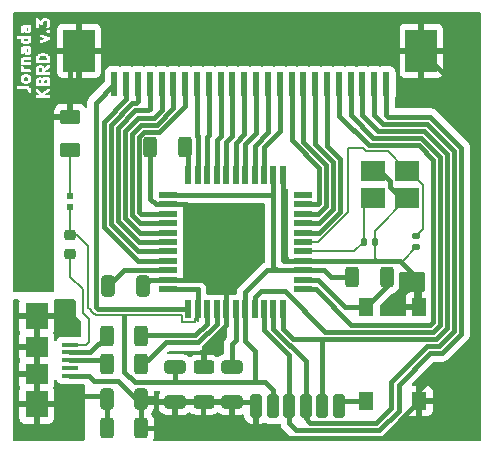
<source format=gtl>
%TF.GenerationSoftware,KiCad,Pcbnew,9.0.0*%
%TF.CreationDate,2025-04-22T08:44:38+02:00*%
%TF.ProjectId,Jornada_keyboard_USB,4a6f726e-6164-4615-9f6b-6579626f6172,rev?*%
%TF.SameCoordinates,Original*%
%TF.FileFunction,Copper,L1,Top*%
%TF.FilePolarity,Positive*%
%FSLAX46Y46*%
G04 Gerber Fmt 4.6, Leading zero omitted, Abs format (unit mm)*
G04 Created by KiCad (PCBNEW 9.0.0) date 2025-04-22 08:44:38*
%MOMM*%
%LPD*%
G01*
G04 APERTURE LIST*
G04 Aperture macros list*
%AMRoundRect*
0 Rectangle with rounded corners*
0 $1 Rounding radius*
0 $2 $3 $4 $5 $6 $7 $8 $9 X,Y pos of 4 corners*
0 Add a 4 corners polygon primitive as box body*
4,1,4,$2,$3,$4,$5,$6,$7,$8,$9,$2,$3,0*
0 Add four circle primitives for the rounded corners*
1,1,$1+$1,$2,$3*
1,1,$1+$1,$4,$5*
1,1,$1+$1,$6,$7*
1,1,$1+$1,$8,$9*
0 Add four rect primitives between the rounded corners*
20,1,$1+$1,$2,$3,$4,$5,0*
20,1,$1+$1,$4,$5,$6,$7,0*
20,1,$1+$1,$6,$7,$8,$9,0*
20,1,$1+$1,$8,$9,$2,$3,0*%
G04 Aperture macros list end*
%ADD10C,0.250000*%
%TA.AperFunction,SMDPad,CuDef*%
%ADD11R,2.100000X1.800000*%
%TD*%
%TA.AperFunction,SMDPad,CuDef*%
%ADD12R,0.550000X1.500000*%
%TD*%
%TA.AperFunction,SMDPad,CuDef*%
%ADD13R,1.500000X0.550000*%
%TD*%
%TA.AperFunction,SMDPad,CuDef*%
%ADD14RoundRect,0.250000X-0.312500X-0.625000X0.312500X-0.625000X0.312500X0.625000X-0.312500X0.625000X0*%
%TD*%
%TA.AperFunction,SMDPad,CuDef*%
%ADD15RoundRect,0.250000X0.312500X0.625000X-0.312500X0.625000X-0.312500X-0.625000X0.312500X-0.625000X0*%
%TD*%
%TA.AperFunction,SMDPad,CuDef*%
%ADD16RoundRect,0.250000X-0.250000X-0.750000X0.250000X-0.750000X0.250000X0.750000X-0.250000X0.750000X0*%
%TD*%
%TA.AperFunction,SMDPad,CuDef*%
%ADD17RoundRect,0.250000X0.625000X-0.312500X0.625000X0.312500X-0.625000X0.312500X-0.625000X-0.312500X0*%
%TD*%
%TA.AperFunction,SMDPad,CuDef*%
%ADD18RoundRect,0.250000X-0.325000X-0.650000X0.325000X-0.650000X0.325000X0.650000X-0.325000X0.650000X0*%
%TD*%
%TA.AperFunction,SMDPad,CuDef*%
%ADD19R,1.400000X0.400000*%
%TD*%
%TA.AperFunction,SMDPad,CuDef*%
%ADD20R,1.900000X2.300000*%
%TD*%
%TA.AperFunction,SMDPad,CuDef*%
%ADD21R,1.900000X1.800000*%
%TD*%
%TA.AperFunction,SMDPad,CuDef*%
%ADD22R,0.610000X2.000000*%
%TD*%
%TA.AperFunction,SMDPad,CuDef*%
%ADD23R,2.680000X3.600000*%
%TD*%
%TA.AperFunction,SMDPad,CuDef*%
%ADD24RoundRect,0.140000X-0.140000X-0.170000X0.140000X-0.170000X0.140000X0.170000X-0.140000X0.170000X0*%
%TD*%
%TA.AperFunction,SMDPad,CuDef*%
%ADD25RoundRect,0.250000X-0.650000X0.325000X-0.650000X-0.325000X0.650000X-0.325000X0.650000X0.325000X0*%
%TD*%
%TA.AperFunction,SMDPad,CuDef*%
%ADD26RoundRect,0.250000X-0.625000X0.375000X-0.625000X-0.375000X0.625000X-0.375000X0.625000X0.375000X0*%
%TD*%
%TA.AperFunction,SMDPad,CuDef*%
%ADD27R,0.600000X0.560000*%
%TD*%
%TA.AperFunction,SMDPad,CuDef*%
%ADD28R,1.300000X1.550000*%
%TD*%
%TA.AperFunction,SMDPad,CuDef*%
%ADD29RoundRect,0.250000X0.325000X0.650000X-0.325000X0.650000X-0.325000X-0.650000X0.325000X-0.650000X0*%
%TD*%
%TA.AperFunction,SMDPad,CuDef*%
%ADD30RoundRect,0.140000X0.170000X-0.140000X0.170000X0.140000X-0.170000X0.140000X-0.170000X-0.140000X0*%
%TD*%
%TA.AperFunction,SMDPad,CuDef*%
%ADD31RoundRect,0.218750X0.256250X-0.218750X0.256250X0.218750X-0.256250X0.218750X-0.256250X-0.218750X0*%
%TD*%
%TA.AperFunction,Conductor*%
%ADD32C,0.400000*%
%TD*%
%TA.AperFunction,Conductor*%
%ADD33C,0.200000*%
%TD*%
%TA.AperFunction,Conductor*%
%ADD34C,0.440000*%
%TD*%
G04 APERTURE END LIST*
D10*
G36*
X24952526Y-22819635D02*
G01*
X24971458Y-22838568D01*
X24996809Y-22889269D01*
X24996809Y-23068094D01*
X24770619Y-23068094D01*
X24770619Y-22889269D01*
X24795969Y-22838567D01*
X24814902Y-22819635D01*
X24865604Y-22794285D01*
X24901825Y-22794285D01*
X24952526Y-22819635D01*
G37*
G36*
X25476336Y-22772017D02*
G01*
X25495268Y-22790949D01*
X25520619Y-22841650D01*
X25520619Y-23068094D01*
X25246809Y-23068094D01*
X25246809Y-22880044D01*
X25278681Y-22784426D01*
X25291092Y-22772016D01*
X25341794Y-22746666D01*
X25425634Y-22746666D01*
X25476336Y-22772017D01*
G37*
G36*
X23866392Y-22581541D02*
G01*
X23885324Y-22600473D01*
X23910675Y-22651174D01*
X23910675Y-22735014D01*
X23885324Y-22785715D01*
X23866392Y-22804648D01*
X23815690Y-22829999D01*
X23588993Y-22829999D01*
X23538291Y-22804648D01*
X23519358Y-22785716D01*
X23494008Y-22735015D01*
X23494008Y-22651174D01*
X23519358Y-22600472D01*
X23538291Y-22581540D01*
X23588993Y-22556190D01*
X23815690Y-22556190D01*
X23866392Y-22581541D01*
G37*
G36*
X25000145Y-21772016D02*
G01*
X25019077Y-21790949D01*
X25044428Y-21841650D01*
X25044428Y-22068094D01*
X24770619Y-22068094D01*
X24770619Y-21841650D01*
X24795969Y-21790948D01*
X24814902Y-21772016D01*
X24865604Y-21746666D01*
X24949444Y-21746666D01*
X25000145Y-21772016D01*
G37*
G36*
X25363896Y-20787225D02*
G01*
X25428715Y-20819635D01*
X25488746Y-20879666D01*
X25520619Y-20975284D01*
X25520619Y-21068094D01*
X24770619Y-21068094D01*
X24770619Y-20975282D01*
X24802491Y-20879664D01*
X24862519Y-20819636D01*
X24927342Y-20787225D01*
X25089579Y-20746666D01*
X25201658Y-20746666D01*
X25363896Y-20787225D01*
G37*
G36*
X23910675Y-20354061D02*
G01*
X23894886Y-20385637D01*
X23863308Y-20401427D01*
X23827088Y-20401427D01*
X23795510Y-20385638D01*
X23779722Y-20354062D01*
X23779722Y-20175237D01*
X23910675Y-20175237D01*
X23910675Y-20354061D01*
G37*
G36*
X23910675Y-19401680D02*
G01*
X23885324Y-19452381D01*
X23866392Y-19471314D01*
X23815690Y-19496665D01*
X23588993Y-19496665D01*
X23538291Y-19471314D01*
X23519358Y-19452382D01*
X23494008Y-19401681D01*
X23494008Y-19270475D01*
X23910675Y-19270475D01*
X23910675Y-19401680D01*
G37*
G36*
X23910675Y-18544537D02*
G01*
X23894886Y-18576113D01*
X23863308Y-18591903D01*
X23827088Y-18591903D01*
X23795510Y-18576114D01*
X23779722Y-18544538D01*
X23779722Y-18365713D01*
X23910675Y-18365713D01*
X23910675Y-18544537D01*
G37*
G36*
X25895619Y-24443094D02*
G01*
X22788077Y-24443094D01*
X22788077Y-23359185D01*
X22913077Y-23359185D01*
X22913077Y-23407957D01*
X22931741Y-23453017D01*
X22966229Y-23487505D01*
X23011289Y-23506169D01*
X23035675Y-23508571D01*
X23729677Y-23508571D01*
X23825293Y-23540443D01*
X23878802Y-23593952D01*
X23910675Y-23689570D01*
X23910675Y-23764523D01*
X23913077Y-23788909D01*
X23931741Y-23833969D01*
X23966229Y-23868457D01*
X24011289Y-23887121D01*
X24060061Y-23887121D01*
X24105121Y-23868457D01*
X24139609Y-23833969D01*
X24158273Y-23788909D01*
X24160675Y-23764523D01*
X24160675Y-23669285D01*
X24159459Y-23656941D01*
X24159693Y-23653650D01*
X24158708Y-23649320D01*
X24158273Y-23644899D01*
X24157009Y-23641849D01*
X24154260Y-23629756D01*
X24143434Y-23597279D01*
X24523021Y-23597279D01*
X24523021Y-23646053D01*
X24541686Y-23691112D01*
X24557231Y-23710054D01*
X24915270Y-24068094D01*
X24645619Y-24068094D01*
X24621233Y-24070496D01*
X24576173Y-24089160D01*
X24541685Y-24123648D01*
X24523021Y-24168708D01*
X24523021Y-24217480D01*
X24541685Y-24262540D01*
X24576173Y-24297028D01*
X24621233Y-24315692D01*
X24645619Y-24318094D01*
X25645619Y-24318094D01*
X25670005Y-24315692D01*
X25715065Y-24297028D01*
X25749553Y-24262540D01*
X25768217Y-24217480D01*
X25768217Y-24168708D01*
X25749553Y-24123648D01*
X25715065Y-24089160D01*
X25670005Y-24070496D01*
X25645619Y-24068094D01*
X25268824Y-24068094D01*
X25264491Y-24063761D01*
X25720619Y-23721666D01*
X25738687Y-23705113D01*
X25763536Y-23663146D01*
X25770434Y-23614862D01*
X25758329Y-23567616D01*
X25729066Y-23528598D01*
X25687099Y-23503749D01*
X25638816Y-23496851D01*
X25591569Y-23508956D01*
X25570619Y-23521666D01*
X25085919Y-23885189D01*
X24734007Y-23533278D01*
X24715065Y-23517733D01*
X24670006Y-23499068D01*
X24621232Y-23499068D01*
X24576173Y-23517733D01*
X24541686Y-23552220D01*
X24523021Y-23597279D01*
X24143434Y-23597279D01*
X24106641Y-23486900D01*
X24096651Y-23464525D01*
X24093708Y-23461132D01*
X24091989Y-23456981D01*
X24076444Y-23438039D01*
X23981205Y-23342801D01*
X23962263Y-23327256D01*
X23958111Y-23325536D01*
X23954720Y-23322595D01*
X23932345Y-23312604D01*
X23789488Y-23264986D01*
X23777397Y-23262236D01*
X23774346Y-23260973D01*
X23769923Y-23260537D01*
X23765594Y-23259553D01*
X23762303Y-23259786D01*
X23749960Y-23258571D01*
X23035675Y-23258571D01*
X23011289Y-23260973D01*
X22966229Y-23279637D01*
X22931741Y-23314125D01*
X22913077Y-23359185D01*
X22788077Y-23359185D01*
X22788077Y-22621666D01*
X23244008Y-22621666D01*
X23244008Y-22764523D01*
X23246410Y-22788909D01*
X23248128Y-22793057D01*
X23248447Y-22797539D01*
X23257205Y-22820425D01*
X23304823Y-22915662D01*
X23311432Y-22926160D01*
X23312694Y-22929207D01*
X23315509Y-22932638D01*
X23317878Y-22936400D01*
X23320372Y-22938563D01*
X23328239Y-22948149D01*
X23375857Y-22995768D01*
X23385445Y-23003637D01*
X23387607Y-23006129D01*
X23391364Y-23008494D01*
X23394799Y-23011313D01*
X23397849Y-23012576D01*
X23408344Y-23019183D01*
X23503582Y-23066802D01*
X23526468Y-23075560D01*
X23530948Y-23075878D01*
X23535098Y-23077597D01*
X23559484Y-23079999D01*
X23845198Y-23079999D01*
X23869584Y-23077597D01*
X23873732Y-23075878D01*
X23878214Y-23075560D01*
X23901100Y-23066802D01*
X23996337Y-23019184D01*
X24006833Y-23012576D01*
X24009881Y-23011314D01*
X24013314Y-23008496D01*
X24017075Y-23006129D01*
X24019238Y-23003634D01*
X24028823Y-22995769D01*
X24076443Y-22948150D01*
X24084312Y-22938561D01*
X24086805Y-22936400D01*
X24089168Y-22932645D01*
X24091989Y-22929209D01*
X24093253Y-22926155D01*
X24099859Y-22915663D01*
X24127810Y-22859761D01*
X24520619Y-22859761D01*
X24520619Y-23193094D01*
X24523021Y-23217480D01*
X24541685Y-23262540D01*
X24576173Y-23297028D01*
X24621233Y-23315692D01*
X24645619Y-23318094D01*
X25645619Y-23318094D01*
X25670005Y-23315692D01*
X25715065Y-23297028D01*
X25749553Y-23262540D01*
X25768217Y-23217480D01*
X25770619Y-23193094D01*
X25770619Y-22812142D01*
X25768217Y-22787756D01*
X25766498Y-22783606D01*
X25766180Y-22779126D01*
X25757422Y-22756240D01*
X25709803Y-22661002D01*
X25703197Y-22650509D01*
X25701933Y-22647456D01*
X25699112Y-22644019D01*
X25696749Y-22640265D01*
X25694256Y-22638103D01*
X25686387Y-22628515D01*
X25638767Y-22580896D01*
X25629182Y-22573030D01*
X25627019Y-22570536D01*
X25623258Y-22568168D01*
X25619825Y-22565351D01*
X25616777Y-22564088D01*
X25606281Y-22557481D01*
X25511044Y-22509863D01*
X25488158Y-22501105D01*
X25483676Y-22500786D01*
X25479528Y-22499068D01*
X25455142Y-22496666D01*
X25312285Y-22496666D01*
X25287899Y-22499068D01*
X25283749Y-22500786D01*
X25279269Y-22501105D01*
X25256383Y-22509863D01*
X25161145Y-22557482D01*
X25150650Y-22564088D01*
X25147600Y-22565352D01*
X25144165Y-22568170D01*
X25140408Y-22570536D01*
X25138246Y-22573027D01*
X25128658Y-22580897D01*
X25096328Y-22613226D01*
X25096017Y-22612971D01*
X25092970Y-22611709D01*
X25082472Y-22605100D01*
X24987235Y-22557482D01*
X24964349Y-22548724D01*
X24959867Y-22548405D01*
X24955719Y-22546687D01*
X24931333Y-22544285D01*
X24836095Y-22544285D01*
X24811709Y-22546687D01*
X24807559Y-22548405D01*
X24803079Y-22548724D01*
X24780193Y-22557482D01*
X24684955Y-22605101D01*
X24674460Y-22611707D01*
X24671410Y-22612971D01*
X24667975Y-22615789D01*
X24664218Y-22618155D01*
X24662056Y-22620646D01*
X24652468Y-22628516D01*
X24604850Y-22676135D01*
X24596983Y-22685720D01*
X24594489Y-22687884D01*
X24592120Y-22691645D01*
X24589305Y-22695077D01*
X24588043Y-22698123D01*
X24581434Y-22708622D01*
X24533816Y-22803859D01*
X24525058Y-22826745D01*
X24524739Y-22831226D01*
X24523021Y-22835375D01*
X24520619Y-22859761D01*
X24127810Y-22859761D01*
X24147478Y-22820425D01*
X24156236Y-22797539D01*
X24156554Y-22793058D01*
X24158273Y-22788909D01*
X24160675Y-22764523D01*
X24160675Y-22621666D01*
X24158273Y-22597280D01*
X24156554Y-22593130D01*
X24156236Y-22588650D01*
X24147478Y-22565764D01*
X24099859Y-22470526D01*
X24093253Y-22460033D01*
X24091989Y-22456980D01*
X24089168Y-22453543D01*
X24086805Y-22449789D01*
X24084312Y-22447627D01*
X24076443Y-22438039D01*
X24028823Y-22390420D01*
X24019238Y-22382554D01*
X24017075Y-22380060D01*
X24013314Y-22377692D01*
X24009881Y-22374875D01*
X24006833Y-22373612D01*
X23996337Y-22367005D01*
X23901100Y-22319387D01*
X23878214Y-22310629D01*
X23873732Y-22310310D01*
X23869584Y-22308592D01*
X23845198Y-22306190D01*
X23559484Y-22306190D01*
X23535098Y-22308592D01*
X23530948Y-22310310D01*
X23526468Y-22310629D01*
X23503582Y-22319387D01*
X23408344Y-22367006D01*
X23397849Y-22373612D01*
X23394799Y-22374876D01*
X23391364Y-22377694D01*
X23387607Y-22380060D01*
X23385445Y-22382551D01*
X23375857Y-22390421D01*
X23328239Y-22438040D01*
X23320372Y-22447625D01*
X23317878Y-22449789D01*
X23315509Y-22453550D01*
X23312694Y-22456982D01*
X23311432Y-22460028D01*
X23304823Y-22470527D01*
X23257205Y-22565764D01*
X23248447Y-22588650D01*
X23248128Y-22593131D01*
X23246410Y-22597280D01*
X23244008Y-22621666D01*
X22788077Y-22621666D01*
X22788077Y-21716904D01*
X23244008Y-21716904D01*
X23244008Y-21812142D01*
X23246410Y-21836528D01*
X23248128Y-21840676D01*
X23248447Y-21845158D01*
X23257205Y-21868044D01*
X23281537Y-21916708D01*
X23265074Y-21933172D01*
X23246410Y-21978232D01*
X23246410Y-22027004D01*
X23265074Y-22072064D01*
X23299562Y-22106552D01*
X23344622Y-22125216D01*
X23369008Y-22127618D01*
X24035675Y-22127618D01*
X24060061Y-22125216D01*
X24105121Y-22106552D01*
X24139609Y-22072064D01*
X24158273Y-22027004D01*
X24158273Y-21978232D01*
X24139609Y-21933172D01*
X24105121Y-21898684D01*
X24060061Y-21880020D01*
X24035675Y-21877618D01*
X23588993Y-21877618D01*
X23538291Y-21852267D01*
X23519358Y-21833335D01*
X23508762Y-21812142D01*
X24520619Y-21812142D01*
X24520619Y-22193094D01*
X24523021Y-22217480D01*
X24541685Y-22262540D01*
X24576173Y-22297028D01*
X24621233Y-22315692D01*
X24645619Y-22318094D01*
X25645619Y-22318094D01*
X25670005Y-22315692D01*
X25715065Y-22297028D01*
X25749553Y-22262540D01*
X25768217Y-22217480D01*
X25768217Y-22168708D01*
X25749553Y-22123648D01*
X25715065Y-22089160D01*
X25670005Y-22070496D01*
X25645619Y-22068094D01*
X25294428Y-22068094D01*
X25294428Y-22020081D01*
X25717302Y-21724070D01*
X25735902Y-21708118D01*
X25762114Y-21666987D01*
X25770590Y-21618956D01*
X25760040Y-21571338D01*
X25732071Y-21531383D01*
X25690941Y-21505171D01*
X25642909Y-21496695D01*
X25595292Y-21507245D01*
X25573936Y-21519262D01*
X25269347Y-21732473D01*
X25233612Y-21661002D01*
X25227005Y-21650507D01*
X25225742Y-21647457D01*
X25222923Y-21644022D01*
X25220558Y-21640265D01*
X25218066Y-21638103D01*
X25210197Y-21628515D01*
X25162578Y-21580897D01*
X25152992Y-21573030D01*
X25150829Y-21570536D01*
X25147067Y-21568167D01*
X25143636Y-21565352D01*
X25140589Y-21564090D01*
X25130091Y-21557481D01*
X25034854Y-21509863D01*
X25011968Y-21501105D01*
X25007486Y-21500786D01*
X25003338Y-21499068D01*
X24978952Y-21496666D01*
X24836095Y-21496666D01*
X24811709Y-21499068D01*
X24807559Y-21500786D01*
X24803079Y-21501105D01*
X24780193Y-21509863D01*
X24684955Y-21557482D01*
X24674460Y-21564088D01*
X24671410Y-21565352D01*
X24667975Y-21568170D01*
X24664218Y-21570536D01*
X24662056Y-21573027D01*
X24652468Y-21580897D01*
X24604850Y-21628516D01*
X24596983Y-21638101D01*
X24594489Y-21640265D01*
X24592120Y-21644026D01*
X24589305Y-21647458D01*
X24588043Y-21650504D01*
X24581434Y-21661003D01*
X24533816Y-21756240D01*
X24525058Y-21779126D01*
X24524739Y-21783607D01*
X24523021Y-21787756D01*
X24520619Y-21812142D01*
X23508762Y-21812142D01*
X23494008Y-21782634D01*
X23494008Y-21716904D01*
X23491606Y-21692518D01*
X23472942Y-21647458D01*
X23438454Y-21612970D01*
X23393394Y-21594306D01*
X23344622Y-21594306D01*
X23299562Y-21612970D01*
X23265074Y-21647458D01*
X23246410Y-21692518D01*
X23244008Y-21716904D01*
X22788077Y-21716904D01*
X22788077Y-21097856D01*
X23244008Y-21097856D01*
X23244008Y-21240713D01*
X23246410Y-21265099D01*
X23248128Y-21269247D01*
X23248447Y-21273729D01*
X23257205Y-21296615D01*
X23265664Y-21313533D01*
X23265074Y-21314124D01*
X23246410Y-21359184D01*
X23246410Y-21407956D01*
X23265074Y-21453016D01*
X23299562Y-21487504D01*
X23344622Y-21506168D01*
X23369008Y-21508570D01*
X24035675Y-21508570D01*
X24060061Y-21506168D01*
X24105121Y-21487504D01*
X24139609Y-21453016D01*
X24158273Y-21407956D01*
X24158273Y-21359184D01*
X24139609Y-21314124D01*
X24105121Y-21279636D01*
X24060061Y-21260972D01*
X24035675Y-21258570D01*
X23517690Y-21258570D01*
X23494008Y-21211205D01*
X23494008Y-21127364D01*
X23509796Y-21095787D01*
X23541374Y-21079999D01*
X24035675Y-21079999D01*
X24060061Y-21077597D01*
X24105121Y-21058933D01*
X24139609Y-21024445D01*
X24158273Y-20979385D01*
X24158273Y-20954999D01*
X24520619Y-20954999D01*
X24520619Y-21193094D01*
X24523021Y-21217480D01*
X24541685Y-21262540D01*
X24576173Y-21297028D01*
X24621233Y-21315692D01*
X24645619Y-21318094D01*
X25645619Y-21318094D01*
X25670005Y-21315692D01*
X25715065Y-21297028D01*
X25749553Y-21262540D01*
X25768217Y-21217480D01*
X25770619Y-21193094D01*
X25770619Y-20954999D01*
X25769403Y-20942655D01*
X25769637Y-20939364D01*
X25768652Y-20935034D01*
X25768217Y-20930613D01*
X25766953Y-20927563D01*
X25764204Y-20915470D01*
X25716585Y-20772614D01*
X25706595Y-20750239D01*
X25703652Y-20746846D01*
X25701933Y-20742695D01*
X25686388Y-20723753D01*
X25591149Y-20628515D01*
X25581560Y-20620646D01*
X25579400Y-20618155D01*
X25575643Y-20615790D01*
X25572207Y-20612970D01*
X25569156Y-20611706D01*
X25558662Y-20605100D01*
X25463425Y-20557482D01*
X25461639Y-20556798D01*
X25460915Y-20556262D01*
X25450685Y-20552606D01*
X25440539Y-20548724D01*
X25439639Y-20548660D01*
X25437840Y-20548017D01*
X25247364Y-20500398D01*
X25243134Y-20499772D01*
X25241433Y-20499068D01*
X25232251Y-20498163D01*
X25223123Y-20496814D01*
X25221301Y-20497085D01*
X25217047Y-20496666D01*
X25074190Y-20496666D01*
X25069935Y-20497085D01*
X25068113Y-20496814D01*
X25058983Y-20498163D01*
X25049804Y-20499068D01*
X25048102Y-20499772D01*
X25043873Y-20500398D01*
X24853397Y-20548017D01*
X24851597Y-20548660D01*
X24850698Y-20548724D01*
X24840551Y-20552606D01*
X24830322Y-20556262D01*
X24829597Y-20556798D01*
X24827812Y-20557482D01*
X24732574Y-20605101D01*
X24722077Y-20611708D01*
X24719030Y-20612971D01*
X24715598Y-20615787D01*
X24711837Y-20618155D01*
X24709673Y-20620649D01*
X24700088Y-20628516D01*
X24604850Y-20723754D01*
X24589305Y-20742696D01*
X24587586Y-20746845D01*
X24584643Y-20750239D01*
X24574652Y-20772614D01*
X24527034Y-20915471D01*
X24524284Y-20927561D01*
X24523021Y-20930613D01*
X24522585Y-20935035D01*
X24521601Y-20939365D01*
X24521834Y-20942655D01*
X24520619Y-20954999D01*
X24158273Y-20954999D01*
X24158273Y-20930613D01*
X24139609Y-20885553D01*
X24105121Y-20851065D01*
X24060061Y-20832401D01*
X24035675Y-20829999D01*
X23511865Y-20829999D01*
X23487479Y-20832401D01*
X23483329Y-20834119D01*
X23478849Y-20834438D01*
X23455963Y-20843196D01*
X23360725Y-20890815D01*
X23356648Y-20893381D01*
X23354723Y-20894023D01*
X23352324Y-20896102D01*
X23339988Y-20903869D01*
X23329718Y-20915709D01*
X23317878Y-20925979D01*
X23310111Y-20938316D01*
X23308032Y-20940714D01*
X23307390Y-20942638D01*
X23304823Y-20946717D01*
X23257205Y-21041954D01*
X23248447Y-21064840D01*
X23248128Y-21069321D01*
X23246410Y-21073470D01*
X23244008Y-21097856D01*
X22788077Y-21097856D01*
X22788077Y-20193094D01*
X23244008Y-20193094D01*
X23244008Y-20383570D01*
X23246410Y-20407956D01*
X23248128Y-20412104D01*
X23248447Y-20416586D01*
X23257205Y-20439472D01*
X23304823Y-20534709D01*
X23317878Y-20555447D01*
X23354723Y-20587403D01*
X23400993Y-20602826D01*
X23449643Y-20599368D01*
X23493266Y-20577557D01*
X23525222Y-20540712D01*
X23540645Y-20494441D01*
X23537188Y-20445792D01*
X23528430Y-20422906D01*
X23494008Y-20354062D01*
X23494008Y-20222602D01*
X23509796Y-20191025D01*
X23529722Y-20181062D01*
X23529722Y-20383570D01*
X23532124Y-20407956D01*
X23533842Y-20412104D01*
X23534161Y-20416586D01*
X23542919Y-20439472D01*
X23590537Y-20534709D01*
X23593104Y-20538787D01*
X23593746Y-20540712D01*
X23595825Y-20543109D01*
X23603592Y-20555447D01*
X23615432Y-20565716D01*
X23625702Y-20577557D01*
X23638038Y-20585323D01*
X23640437Y-20587403D01*
X23642362Y-20588044D01*
X23646439Y-20590611D01*
X23741677Y-20638230D01*
X23764563Y-20646988D01*
X23769043Y-20647306D01*
X23773193Y-20649025D01*
X23797579Y-20651427D01*
X23892817Y-20651427D01*
X23917203Y-20649025D01*
X23921352Y-20647306D01*
X23925832Y-20646988D01*
X23948718Y-20638231D01*
X24043957Y-20590612D01*
X24048035Y-20588044D01*
X24049960Y-20587403D01*
X24052356Y-20585324D01*
X24064694Y-20577558D01*
X24074965Y-20565715D01*
X24086805Y-20555447D01*
X24094569Y-20543113D01*
X24096651Y-20540713D01*
X24097293Y-20538785D01*
X24099859Y-20534710D01*
X24147478Y-20439472D01*
X24156236Y-20416586D01*
X24156554Y-20412105D01*
X24158273Y-20407956D01*
X24160675Y-20383570D01*
X24160675Y-20145475D01*
X24158273Y-20121089D01*
X24156554Y-20116939D01*
X24156236Y-20112459D01*
X24149688Y-20095348D01*
X24158273Y-20074623D01*
X24158273Y-20025851D01*
X24139609Y-19980791D01*
X24105121Y-19946303D01*
X24060061Y-19927639D01*
X24035675Y-19925237D01*
X23511865Y-19925237D01*
X23487479Y-19927639D01*
X23483329Y-19929357D01*
X23478849Y-19929676D01*
X23455963Y-19938434D01*
X23360725Y-19986053D01*
X23356648Y-19988619D01*
X23354723Y-19989261D01*
X23352324Y-19991340D01*
X23339988Y-19999107D01*
X23329718Y-20010947D01*
X23317878Y-20021217D01*
X23310111Y-20033554D01*
X23308032Y-20035952D01*
X23307390Y-20037876D01*
X23304823Y-20041955D01*
X23257205Y-20137192D01*
X23248447Y-20160078D01*
X23248128Y-20164559D01*
X23246410Y-20168708D01*
X23244008Y-20193094D01*
X22788077Y-20193094D01*
X22788077Y-19121089D01*
X22913077Y-19121089D01*
X22913077Y-19169861D01*
X22931741Y-19214921D01*
X22966229Y-19249409D01*
X23011289Y-19268073D01*
X23035675Y-19270475D01*
X23244008Y-19270475D01*
X23244008Y-19431189D01*
X23246410Y-19455575D01*
X23248128Y-19459723D01*
X23248447Y-19464205D01*
X23257205Y-19487091D01*
X23304823Y-19582328D01*
X23311432Y-19592826D01*
X23312694Y-19595873D01*
X23315509Y-19599304D01*
X23317878Y-19603066D01*
X23320372Y-19605229D01*
X23328239Y-19614815D01*
X23375857Y-19662434D01*
X23385445Y-19670303D01*
X23387607Y-19672795D01*
X23391364Y-19675160D01*
X23394799Y-19677979D01*
X23397849Y-19679242D01*
X23408344Y-19685849D01*
X23503582Y-19733468D01*
X23526468Y-19742226D01*
X23530948Y-19742544D01*
X23535098Y-19744263D01*
X23559484Y-19746665D01*
X23845198Y-19746665D01*
X23869584Y-19744263D01*
X23873732Y-19742544D01*
X23878214Y-19742226D01*
X23901100Y-19733468D01*
X23996337Y-19685850D01*
X24006833Y-19679242D01*
X24009881Y-19677980D01*
X24013314Y-19675162D01*
X24017075Y-19672795D01*
X24019238Y-19670300D01*
X24028823Y-19662435D01*
X24076443Y-19614816D01*
X24084312Y-19605227D01*
X24086805Y-19603066D01*
X24089168Y-19599311D01*
X24091989Y-19595875D01*
X24093253Y-19592821D01*
X24099859Y-19582329D01*
X24147478Y-19487091D01*
X24156236Y-19464205D01*
X24156554Y-19459724D01*
X24158273Y-19455575D01*
X24160675Y-19431189D01*
X24160675Y-19240713D01*
X24158273Y-19216327D01*
X24156554Y-19212177D01*
X24156236Y-19207697D01*
X24149688Y-19190586D01*
X24158273Y-19169861D01*
X24158273Y-19121089D01*
X24139609Y-19076029D01*
X24105121Y-19041541D01*
X24082009Y-19031968D01*
X24855294Y-19031968D01*
X24857716Y-19080680D01*
X24878595Y-19124759D01*
X24914753Y-19157491D01*
X24936910Y-19167955D01*
X25273966Y-19288332D01*
X24936910Y-19408709D01*
X24914753Y-19419173D01*
X24878595Y-19451905D01*
X24857716Y-19495984D01*
X24855294Y-19544696D01*
X24871698Y-19590626D01*
X24904430Y-19626784D01*
X24948509Y-19647663D01*
X24997221Y-19650085D01*
X25020994Y-19644145D01*
X25687661Y-19406050D01*
X25709818Y-19395586D01*
X25714469Y-19391375D01*
X25720141Y-19388689D01*
X25732416Y-19375129D01*
X25745976Y-19362854D01*
X25748662Y-19357181D01*
X25752873Y-19352531D01*
X25759023Y-19335309D01*
X25766855Y-19318776D01*
X25767166Y-19312507D01*
X25769276Y-19306601D01*
X25768368Y-19288332D01*
X25769276Y-19270063D01*
X25767166Y-19264156D01*
X25766855Y-19257888D01*
X25759023Y-19241354D01*
X25752873Y-19224133D01*
X25748662Y-19219482D01*
X25745976Y-19213810D01*
X25732416Y-19201534D01*
X25720141Y-19187975D01*
X25714469Y-19185288D01*
X25709818Y-19181078D01*
X25687661Y-19170614D01*
X25020994Y-18932519D01*
X24997221Y-18926579D01*
X24948509Y-18929001D01*
X24904430Y-18949880D01*
X24871698Y-18986038D01*
X24855294Y-19031968D01*
X24082009Y-19031968D01*
X24060061Y-19022877D01*
X24035675Y-19020475D01*
X23035675Y-19020475D01*
X23011289Y-19022877D01*
X22966229Y-19041541D01*
X22931741Y-19076029D01*
X22913077Y-19121089D01*
X22788077Y-19121089D01*
X22788077Y-18383570D01*
X23244008Y-18383570D01*
X23244008Y-18574046D01*
X23246410Y-18598432D01*
X23248128Y-18602580D01*
X23248447Y-18607062D01*
X23257205Y-18629948D01*
X23304823Y-18725185D01*
X23317878Y-18745923D01*
X23354723Y-18777879D01*
X23400993Y-18793302D01*
X23449643Y-18789844D01*
X23493266Y-18768033D01*
X23525222Y-18731188D01*
X23540645Y-18684917D01*
X23537188Y-18636268D01*
X23528430Y-18613382D01*
X23494008Y-18544538D01*
X23494008Y-18413078D01*
X23509796Y-18381501D01*
X23529722Y-18371538D01*
X23529722Y-18574046D01*
X23532124Y-18598432D01*
X23533842Y-18602580D01*
X23534161Y-18607062D01*
X23542919Y-18629948D01*
X23590537Y-18725185D01*
X23593104Y-18729263D01*
X23593746Y-18731188D01*
X23595825Y-18733585D01*
X23603592Y-18745923D01*
X23615432Y-18756192D01*
X23625702Y-18768033D01*
X23638038Y-18775799D01*
X23640437Y-18777879D01*
X23642362Y-18778520D01*
X23646439Y-18781087D01*
X23741677Y-18828706D01*
X23764563Y-18837464D01*
X23769043Y-18837782D01*
X23773193Y-18839501D01*
X23797579Y-18841903D01*
X23892817Y-18841903D01*
X23917203Y-18839501D01*
X23921352Y-18837782D01*
X23925832Y-18837464D01*
X23948718Y-18828707D01*
X24043957Y-18781088D01*
X24048035Y-18778520D01*
X24049960Y-18777879D01*
X24052356Y-18775800D01*
X24064694Y-18768034D01*
X24074965Y-18756191D01*
X24086805Y-18745923D01*
X24094569Y-18733589D01*
X24096651Y-18731189D01*
X24097293Y-18729261D01*
X24099859Y-18725186D01*
X24140004Y-18644896D01*
X25427782Y-18644896D01*
X25427782Y-18644897D01*
X25427783Y-18644897D01*
X25427782Y-18644899D01*
X25427782Y-18693672D01*
X25434568Y-18710053D01*
X25446446Y-18738730D01*
X25446447Y-18738731D01*
X25461993Y-18757673D01*
X25509612Y-18805292D01*
X25528555Y-18820837D01*
X25547555Y-18828707D01*
X25573613Y-18839501D01*
X25573614Y-18839501D01*
X25622388Y-18839501D01*
X25667447Y-18820836D01*
X25667451Y-18820831D01*
X25686388Y-18805291D01*
X25734007Y-18757673D01*
X25749552Y-18738731D01*
X25749553Y-18738730D01*
X25761431Y-18710053D01*
X25768217Y-18693671D01*
X25768217Y-18644898D01*
X25768217Y-18644896D01*
X25760485Y-18626233D01*
X25749553Y-18599838D01*
X25749552Y-18599837D01*
X25734007Y-18580895D01*
X25686388Y-18533277D01*
X25667451Y-18517736D01*
X25667447Y-18517732D01*
X25622388Y-18499067D01*
X25622387Y-18499067D01*
X25573613Y-18499067D01*
X25561388Y-18504131D01*
X25528555Y-18517731D01*
X25509612Y-18533276D01*
X25461993Y-18580895D01*
X25446447Y-18599837D01*
X25446446Y-18599838D01*
X25446446Y-18599839D01*
X25427782Y-18644896D01*
X24140004Y-18644896D01*
X24147478Y-18629948D01*
X24156236Y-18607062D01*
X24156554Y-18602581D01*
X24158273Y-18598432D01*
X24160675Y-18574046D01*
X24160675Y-18335951D01*
X24158273Y-18311565D01*
X24156554Y-18307415D01*
X24156236Y-18302935D01*
X24149688Y-18285824D01*
X24158273Y-18265099D01*
X24158273Y-18216327D01*
X24139609Y-18171267D01*
X24105121Y-18136779D01*
X24060061Y-18118115D01*
X24035675Y-18115713D01*
X23511865Y-18115713D01*
X23487479Y-18118115D01*
X23483329Y-18119833D01*
X23478849Y-18120152D01*
X23455963Y-18128910D01*
X23360725Y-18176529D01*
X23356648Y-18179095D01*
X23354723Y-18179737D01*
X23352324Y-18181816D01*
X23339988Y-18189583D01*
X23329718Y-18201423D01*
X23317878Y-18211693D01*
X23310111Y-18224030D01*
X23308032Y-18226428D01*
X23307390Y-18228352D01*
X23304823Y-18232431D01*
X23257205Y-18327668D01*
X23248447Y-18350554D01*
X23248128Y-18355035D01*
X23246410Y-18359184D01*
X23244008Y-18383570D01*
X22788077Y-18383570D01*
X22788077Y-17669285D01*
X24520619Y-17669285D01*
X24520619Y-18288332D01*
X24523021Y-18312718D01*
X24541685Y-18357778D01*
X24576173Y-18392266D01*
X24621233Y-18410930D01*
X24670005Y-18410930D01*
X24715065Y-18392266D01*
X24749553Y-18357778D01*
X24768217Y-18312718D01*
X24770619Y-18288332D01*
X24770619Y-17944755D01*
X24944258Y-18096690D01*
X24954798Y-18104225D01*
X24957125Y-18106552D01*
X24959330Y-18107465D01*
X24964192Y-18110941D01*
X24983430Y-18117447D01*
X25002185Y-18125216D01*
X25006399Y-18125216D01*
X25010393Y-18126567D01*
X25030660Y-18125216D01*
X25050957Y-18125216D01*
X25054849Y-18123603D01*
X25059059Y-18123323D01*
X25077264Y-18114319D01*
X25096017Y-18106552D01*
X25098998Y-18103570D01*
X25102777Y-18101702D01*
X25116147Y-18086421D01*
X25130505Y-18072064D01*
X25132118Y-18068169D01*
X25134894Y-18064997D01*
X25141400Y-18045758D01*
X25149169Y-18027004D01*
X25149754Y-18021059D01*
X25150520Y-18018796D01*
X25150301Y-18015511D01*
X25151571Y-18002618D01*
X25151571Y-17889269D01*
X25176921Y-17838567D01*
X25195854Y-17819635D01*
X25246556Y-17794285D01*
X25425634Y-17794285D01*
X25476336Y-17819636D01*
X25495268Y-17838568D01*
X25520619Y-17889269D01*
X25520619Y-18115966D01*
X25495268Y-18166667D01*
X25461993Y-18199943D01*
X25446447Y-18218885D01*
X25427782Y-18263944D01*
X25427782Y-18312717D01*
X25446446Y-18357777D01*
X25480933Y-18392265D01*
X25525992Y-18410930D01*
X25574765Y-18410930D01*
X25619825Y-18392266D01*
X25638767Y-18376721D01*
X25686387Y-18329102D01*
X25694256Y-18319513D01*
X25696749Y-18317352D01*
X25699112Y-18313597D01*
X25701933Y-18310161D01*
X25703197Y-18307107D01*
X25709803Y-18296615D01*
X25757422Y-18201377D01*
X25766180Y-18178491D01*
X25766498Y-18174010D01*
X25768217Y-18169861D01*
X25770619Y-18145475D01*
X25770619Y-17859761D01*
X25768217Y-17835375D01*
X25766498Y-17831225D01*
X25766180Y-17826745D01*
X25757422Y-17803859D01*
X25709803Y-17708621D01*
X25703197Y-17698128D01*
X25701933Y-17695075D01*
X25699112Y-17691638D01*
X25696749Y-17687884D01*
X25694256Y-17685722D01*
X25686387Y-17676134D01*
X25638767Y-17628515D01*
X25629182Y-17620649D01*
X25627019Y-17618155D01*
X25623258Y-17615787D01*
X25619825Y-17612970D01*
X25616777Y-17611707D01*
X25606281Y-17605100D01*
X25511044Y-17557482D01*
X25488158Y-17548724D01*
X25483676Y-17548405D01*
X25479528Y-17546687D01*
X25455142Y-17544285D01*
X25217047Y-17544285D01*
X25192661Y-17546687D01*
X25188511Y-17548405D01*
X25184031Y-17548724D01*
X25161145Y-17557482D01*
X25065907Y-17605101D01*
X25055412Y-17611707D01*
X25052362Y-17612971D01*
X25048927Y-17615789D01*
X25045170Y-17618155D01*
X25043008Y-17620646D01*
X25033420Y-17628516D01*
X24985802Y-17676135D01*
X24977935Y-17685720D01*
X24975441Y-17687884D01*
X24973072Y-17691645D01*
X24970257Y-17695077D01*
X24968995Y-17698123D01*
X24962386Y-17708622D01*
X24937433Y-17758527D01*
X24727932Y-17575213D01*
X24717391Y-17567677D01*
X24715065Y-17565351D01*
X24712859Y-17564437D01*
X24707998Y-17560962D01*
X24688759Y-17554455D01*
X24670005Y-17546687D01*
X24665791Y-17546687D01*
X24661797Y-17545336D01*
X24641536Y-17546687D01*
X24621233Y-17546687D01*
X24617337Y-17548300D01*
X24613131Y-17548581D01*
X24594932Y-17557580D01*
X24576173Y-17565351D01*
X24573191Y-17568332D01*
X24569413Y-17570201D01*
X24556042Y-17585481D01*
X24541685Y-17599839D01*
X24540071Y-17603733D01*
X24537296Y-17606906D01*
X24530789Y-17626144D01*
X24523021Y-17644899D01*
X24522435Y-17650843D01*
X24521670Y-17653107D01*
X24521889Y-17656391D01*
X24520619Y-17669285D01*
X22788077Y-17669285D01*
X22788077Y-17419285D01*
X25895619Y-17419285D01*
X25895619Y-24443094D01*
G37*
D11*
%TO.P,Y1,1,1*%
%TO.N,Net-(U1-XTAL2)*%
X53100000Y-32800000D03*
%TO.P,Y1,2,2*%
%TO.N,GND*%
X56000000Y-32800000D03*
%TO.P,Y1,3,3*%
%TO.N,Net-(U1-XTAL1)*%
X56000000Y-30500000D03*
%TO.P,Y1,4,4*%
%TO.N,GND*%
X53100000Y-30500000D03*
%TD*%
D12*
%TO.P,U1,1,PE6*%
%TO.N,/PE6*%
X37450000Y-42200000D03*
%TO.P,U1,2,UVCC*%
%TO.N,+5V*%
X38250000Y-42200000D03*
%TO.P,U1,3,D-*%
%TO.N,/D+*%
X39050000Y-42200000D03*
%TO.P,U1,4,D+*%
%TO.N,/D-*%
X39850000Y-42200000D03*
%TO.P,U1,5,UGND*%
%TO.N,GND*%
X40650000Y-42200000D03*
%TO.P,U1,6,UCAP*%
%TO.N,Net-(U1-UCAP)*%
X41450000Y-42200000D03*
%TO.P,U1,7,VBUS*%
%TO.N,+5V*%
X42250000Y-42200000D03*
%TO.P,U1,8,PB0*%
%TO.N,/PB0*%
X43050000Y-42200000D03*
%TO.P,U1,9,PB1*%
%TO.N,/PB1{slash}SCLK*%
X43850000Y-42200000D03*
%TO.P,U1,10,PB2*%
%TO.N,/PB2{slash}MOSI*%
X44650000Y-42200000D03*
%TO.P,U1,11,PB3*%
%TO.N,/PB3{slash}MISO*%
X45450000Y-42200000D03*
D13*
%TO.P,U1,12,PB7*%
%TO.N,/PB7*%
X47150000Y-40500000D03*
%TO.P,U1,13,~{RESET}*%
%TO.N,/RESET*%
X47150000Y-39700000D03*
%TO.P,U1,14,VCC*%
%TO.N,+5V*%
X47150000Y-38900000D03*
%TO.P,U1,15,GND*%
%TO.N,GND*%
X47150000Y-38100000D03*
%TO.P,U1,16,XTAL2*%
%TO.N,Net-(U1-XTAL2)*%
X47150000Y-37300000D03*
%TO.P,U1,17,XTAL1*%
%TO.N,Net-(U1-XTAL1)*%
X47150000Y-36500000D03*
%TO.P,U1,18,PD0*%
%TO.N,/PD0*%
X47150000Y-35700000D03*
%TO.P,U1,19,PD1*%
%TO.N,/PD1*%
X47150000Y-34900000D03*
%TO.P,U1,20,PD2*%
%TO.N,/PD2*%
X47150000Y-34100000D03*
%TO.P,U1,21,PD3*%
%TO.N,/PD3*%
X47150000Y-33300000D03*
%TO.P,U1,22,PD5*%
%TO.N,unconnected-(U1-PD5-Pad22)*%
X47150000Y-32500000D03*
D12*
%TO.P,U1,23,GND*%
%TO.N,GND*%
X45450000Y-30800000D03*
%TO.P,U1,24,AVCC*%
%TO.N,+5V*%
X44650000Y-30800000D03*
%TO.P,U1,25,PD4*%
%TO.N,/PD4*%
X43850000Y-30800000D03*
%TO.P,U1,26,PD6*%
%TO.N,/PD6*%
X43050000Y-30800000D03*
%TO.P,U1,27,PD7*%
%TO.N,/PD7*%
X42250000Y-30800000D03*
%TO.P,U1,28,PB4*%
%TO.N,/PB4*%
X41450000Y-30800000D03*
%TO.P,U1,29,PB5*%
%TO.N,/PB5*%
X40650000Y-30800000D03*
%TO.P,U1,30,PB6*%
%TO.N,/PB6*%
X39850000Y-30800000D03*
%TO.P,U1,31,PC6*%
%TO.N,/PC6*%
X39050000Y-30800000D03*
%TO.P,U1,32,PC7*%
%TO.N,/PC7*%
X38250000Y-30800000D03*
%TO.P,U1,33,~{HWB}/PE2*%
%TO.N,Net-(U1-~{HWB}{slash}PE2)*%
X37450000Y-30800000D03*
D13*
%TO.P,U1,34,VCC*%
%TO.N,+5V*%
X35750000Y-32500000D03*
%TO.P,U1,35,GND*%
%TO.N,GND*%
X35750000Y-33300000D03*
%TO.P,U1,36,PF7*%
%TO.N,/PF7*%
X35750000Y-34100000D03*
%TO.P,U1,37,PF6*%
%TO.N,/PF6*%
X35750000Y-34900000D03*
%TO.P,U1,38,PF5*%
%TO.N,/PF5*%
X35750000Y-35700000D03*
%TO.P,U1,39,PF4*%
%TO.N,/PF4*%
X35750000Y-36500000D03*
%TO.P,U1,40,PF1*%
%TO.N,/PF1*%
X35750000Y-37300000D03*
%TO.P,U1,41,PF0*%
%TO.N,/PF0*%
X35750000Y-38100000D03*
%TO.P,U1,42,AREF*%
%TO.N,Net-(U1-AREF)*%
X35750000Y-38900000D03*
%TO.P,U1,43,GND*%
%TO.N,GND*%
X35750000Y-39700000D03*
%TO.P,U1,44,AVCC*%
%TO.N,+5V*%
X35750000Y-40500000D03*
%TD*%
D14*
%TO.P,R4,1*%
%TO.N,+5V*%
X51325000Y-39500000D03*
%TO.P,R4,2*%
%TO.N,/RESET*%
X54250000Y-39500000D03*
%TD*%
D15*
%TO.P,R6,1*%
%TO.N,Net-(U1-~{HWB}{slash}PE2)*%
X37162350Y-28471250D03*
%TO.P,R6,2*%
%TO.N,GND*%
X34237350Y-28471250D03*
%TD*%
D16*
%TO.P,J8,1,Pin_1*%
%TO.N,/PB3{slash}MISO*%
X48768000Y-50419000D03*
%TD*%
D17*
%TO.P,R7,1*%
%TO.N,GND*%
X38735000Y-50042000D03*
%TO.P,R7,2*%
X38735000Y-47117000D03*
%TD*%
D15*
%TO.P,R1,1*%
%TO.N,GND*%
X33479000Y-52284000D03*
%TO.P,R1,2*%
%TO.N,GNDPWR*%
X30554000Y-52284000D03*
%TD*%
D18*
%TO.P,C11,1*%
%TO.N,Net-(U1-AREF)*%
X30656000Y-40259000D03*
%TO.P,C11,2*%
%TO.N,GND*%
X33606000Y-40259000D03*
%TD*%
D14*
%TO.P,R2,1*%
%TO.N,/BUS-*%
X30525000Y-46863000D03*
%TO.P,R2,2*%
%TO.N,/D-*%
X33450000Y-46863000D03*
%TD*%
D19*
%TO.P,J2,1,VBUS*%
%TO.N,VBUS*%
X27450000Y-45200000D03*
%TO.P,J2,2,D-*%
%TO.N,/BUS+*%
X27450000Y-45850000D03*
%TO.P,J2,3,D+*%
%TO.N,/BUS-*%
X27450000Y-46500000D03*
%TO.P,J2,4,ID*%
%TO.N,unconnected-(J2-ID-Pad4)*%
X27450000Y-47150000D03*
%TO.P,J2,5,GND*%
%TO.N,GND*%
X27450000Y-47800000D03*
D20*
%TO.P,J2,6,Shield*%
%TO.N,GNDPWR*%
X24600000Y-42750000D03*
D21*
X24600000Y-45350000D03*
X24600000Y-47650000D03*
D20*
X24600000Y-50250000D03*
%TD*%
D22*
%TO.P,J3,1,Pin_1*%
%TO.N,/PB1{slash}SCLK*%
X54184000Y-23120000D03*
%TO.P,J3,2,Pin_2*%
%TO.N,/PB2{slash}MOSI*%
X53184000Y-23120000D03*
%TO.P,J3,3,Pin_3*%
%TO.N,/PB3{slash}MISO*%
X52184000Y-23120000D03*
%TO.P,J3,4,Pin_4*%
%TO.N,/PB0*%
X51184000Y-23120000D03*
%TO.P,J3,5,Pin_5*%
%TO.N,/PB7*%
X50184000Y-23120000D03*
%TO.P,J3,6,Pin_6*%
%TO.N,/PD0*%
X49184000Y-23120000D03*
%TO.P,J3,7,Pin_7*%
%TO.N,/PD1*%
X48184000Y-23120000D03*
%TO.P,J3,8,Pin_8*%
%TO.N,/PD2*%
X47184000Y-23120000D03*
%TO.P,J3,9,Pin_9*%
%TO.N,/PD3*%
X46184000Y-23120000D03*
%TO.P,J3,10,Pin_10*%
%TO.N,/PD4*%
X45184000Y-23120000D03*
%TO.P,J3,11,Pin_11*%
%TO.N,/PD6*%
X44184000Y-23120000D03*
%TO.P,J3,12,Pin_12*%
%TO.N,/PD7*%
X43184000Y-23120000D03*
%TO.P,J3,13,Pin_13*%
%TO.N,/PB4*%
X42184000Y-23120000D03*
%TO.P,J3,14,Pin_14*%
%TO.N,/PB5*%
X41184000Y-23120000D03*
%TO.P,J3,15,Pin_15*%
%TO.N,/PB6*%
X40184000Y-23120000D03*
%TO.P,J3,16,Pin_16*%
%TO.N,/PC6*%
X39184000Y-23120000D03*
%TO.P,J3,17,Pin_17*%
%TO.N,/PC7*%
X38184000Y-23120000D03*
%TO.P,J3,18,Pin_18*%
%TO.N,/PF7*%
X37184000Y-23120000D03*
%TO.P,J3,19,Pin_19*%
%TO.N,/PF6*%
X36184000Y-23120000D03*
%TO.P,J3,20,Pin_20*%
%TO.N,/PF5*%
X35184000Y-23120000D03*
%TO.P,J3,21,Pin_21*%
%TO.N,/PF4*%
X34184000Y-23120000D03*
%TO.P,J3,22,Pin_22*%
%TO.N,/PF1*%
X33184000Y-23120000D03*
%TO.P,J3,23,Pin_23*%
%TO.N,/PF0*%
X32184000Y-23120000D03*
%TO.P,J3,24,Pin_24*%
%TO.N,/PE6*%
X31184000Y-23120000D03*
D23*
%TO.P,J3,MP,MountPin*%
%TO.N,GND*%
X57174000Y-20320000D03*
X28194000Y-20320000D03*
%TD*%
D24*
%TO.P,C2,1*%
%TO.N,Net-(U1-XTAL2)*%
X52295000Y-36500000D03*
%TO.P,C2,2*%
%TO.N,GND*%
X53255000Y-36500000D03*
%TD*%
D25*
%TO.P,C12,1*%
%TO.N,Net-(U1-UCAP)*%
X41148000Y-47088000D03*
%TO.P,C12,2*%
%TO.N,GND*%
X41148000Y-50038000D03*
%TD*%
D26*
%TO.P,D1,1,K*%
%TO.N,GND*%
X27432000Y-25905000D03*
%TO.P,D1,2,A*%
%TO.N,Net-(D1-A)*%
X27432000Y-28705000D03*
%TD*%
D27*
%TO.P,R5,1*%
%TO.N,Net-(D1-A)*%
X27432000Y-32630000D03*
%TO.P,R5,2*%
%TO.N,+5V*%
X27432000Y-33500000D03*
%TD*%
D16*
%TO.P,J4,1,Pin_1*%
%TO.N,/RESET*%
X50165000Y-50419000D03*
%TD*%
D25*
%TO.P,C4,1*%
%TO.N,+5V*%
X36322000Y-47088000D03*
%TO.P,C4,2*%
%TO.N,GND*%
X36322000Y-50038000D03*
%TD*%
D16*
%TO.P,J7,1,Pin_1*%
%TO.N,+5V*%
X44577000Y-50419000D03*
%TD*%
%TO.P,J6,1,Pin_1*%
%TO.N,/PB1{slash}SCLK*%
X45974000Y-50419000D03*
%TD*%
D15*
%TO.P,R3,1*%
%TO.N,/D+*%
X33450000Y-44450000D03*
%TO.P,R3,2*%
%TO.N,/BUS+*%
X30525000Y-44450000D03*
%TD*%
D28*
%TO.P,SW1,1,1*%
%TO.N,GND*%
X57000000Y-42000000D03*
X57000000Y-49960000D03*
%TO.P,SW1,2,2*%
%TO.N,/RESET*%
X52500000Y-42000000D03*
X52500000Y-49960000D03*
%TD*%
D16*
%TO.P,J5,1,Pin_1*%
%TO.N,GND*%
X43180000Y-50419000D03*
%TD*%
D29*
%TO.P,C1,1*%
%TO.N,GND*%
X33479000Y-49784000D03*
%TO.P,C1,2*%
%TO.N,GNDPWR*%
X30529000Y-49784000D03*
%TD*%
D30*
%TO.P,C3,1*%
%TO.N,GND*%
X56750000Y-36960000D03*
%TO.P,C3,2*%
%TO.N,Net-(U1-XTAL1)*%
X56750000Y-36000000D03*
%TD*%
D16*
%TO.P,J1,1,Pin_1*%
%TO.N,/PB2{slash}MOSI*%
X47371000Y-50419000D03*
%TD*%
D31*
%TO.P,F2,1*%
%TO.N,VBUS*%
X27432000Y-37490500D03*
%TO.P,F2,2*%
%TO.N,+5V*%
X27432000Y-35915500D03*
%TD*%
D32*
%TO.N,GND*%
X47150000Y-38100000D02*
X45550000Y-38100000D01*
X35750000Y-33300000D02*
X34685000Y-33300000D01*
X56000000Y-32800000D02*
X55550000Y-32800000D01*
X34165000Y-39700000D02*
X33606000Y-40259000D01*
X55550000Y-32800000D02*
X54550000Y-31800000D01*
X35750000Y-39700000D02*
X37950000Y-39700000D01*
X28194000Y-20320000D02*
X57174000Y-20320000D01*
X27686000Y-20828000D02*
X28194000Y-20320000D01*
X33479000Y-52284000D02*
X33475000Y-52280000D01*
X29004000Y-47800000D02*
X29464000Y-48260000D01*
X41144000Y-50042000D02*
X41148000Y-50038000D01*
X38735000Y-45412056D02*
X38735000Y-47117000D01*
X27686000Y-20828000D02*
X28448000Y-20066000D01*
X33450000Y-51975000D02*
X33475000Y-52000000D01*
D33*
X53255000Y-36500000D02*
X53255000Y-35545000D01*
X53255000Y-36500000D02*
X53255000Y-37855000D01*
D32*
X33903250Y-28805350D02*
X34237350Y-28471250D01*
X53901000Y-53059000D02*
X44169000Y-53059000D01*
X42799000Y-50038000D02*
X43180000Y-50419000D01*
X43180000Y-52070000D02*
X43180000Y-50419000D01*
X37500000Y-39700000D02*
X37500000Y-33550000D01*
X54250000Y-38100000D02*
X55350000Y-38100000D01*
X40650000Y-39700000D02*
X40650000Y-42200000D01*
X40650000Y-42200000D02*
X40650000Y-43497056D01*
X29464000Y-48260000D02*
X31496000Y-48260000D01*
X57000000Y-49045000D02*
X57000000Y-49960000D01*
D33*
X53255000Y-37855000D02*
X53500000Y-38100000D01*
D32*
X33475000Y-52280000D02*
X33475000Y-52157000D01*
X33020000Y-49784000D02*
X33479000Y-49784000D01*
X36322000Y-50038000D02*
X38731000Y-50038000D01*
X36322000Y-50038000D02*
X33733000Y-50038000D01*
X54550000Y-31800000D02*
X54550000Y-31350000D01*
X33733000Y-50038000D02*
X33479000Y-49784000D01*
X34237350Y-32852350D02*
X34237350Y-28471250D01*
X27432000Y-25905000D02*
X27432000Y-21082000D01*
D33*
X55610000Y-38100000D02*
X55350000Y-38100000D01*
X53255000Y-35545000D02*
X56000000Y-32800000D01*
D32*
X56920000Y-20066000D02*
X57174000Y-20320000D01*
X37950000Y-39700000D02*
X40650000Y-39700000D01*
X47150000Y-38100000D02*
X53500000Y-38100000D01*
X31496000Y-48260000D02*
X33020000Y-49784000D01*
X56750000Y-39500000D02*
X56750000Y-41750000D01*
X41148000Y-50038000D02*
X42799000Y-50038000D01*
X56750000Y-41750000D02*
X57000000Y-42000000D01*
X57000000Y-49960000D02*
X53901000Y-53059000D01*
X40650000Y-43497056D02*
X38735000Y-45412056D01*
X61595000Y-44450000D02*
X57000000Y-49045000D01*
X27432000Y-21082000D02*
X28194000Y-20320000D01*
X33479000Y-49784000D02*
X33479000Y-52284000D01*
X61595000Y-24741000D02*
X61595000Y-44450000D01*
X37500000Y-33550000D02*
X37250000Y-33300000D01*
X53500000Y-38100000D02*
X54250000Y-38100000D01*
X54550000Y-31350000D02*
X53700000Y-30500000D01*
X45550000Y-38100000D02*
X45450000Y-38000000D01*
X45450000Y-38000000D02*
X45450000Y-30800000D01*
X37250000Y-33300000D02*
X35750000Y-33300000D01*
X38731000Y-50038000D02*
X38735000Y-50042000D01*
X38735000Y-50042000D02*
X41144000Y-50042000D01*
X55350000Y-38100000D02*
X56750000Y-39500000D01*
X36244000Y-49657000D02*
X36322000Y-49735000D01*
X35750000Y-39700000D02*
X34165000Y-39700000D01*
X53700000Y-30500000D02*
X53100000Y-30500000D01*
X27450000Y-47800000D02*
X29004000Y-47800000D01*
X57000000Y-49960000D02*
X57000000Y-50287152D01*
X34685000Y-33300000D02*
X34237350Y-32852350D01*
X44169000Y-53059000D02*
X43180000Y-52070000D01*
D33*
X56750000Y-36960000D02*
X55610000Y-38100000D01*
D32*
X57174000Y-20320000D02*
X57050000Y-20444000D01*
X57174000Y-20320000D02*
X61595000Y-24741000D01*
D33*
%TO.N,Net-(U1-XTAL2)*%
X52295000Y-33605000D02*
X52295000Y-36500000D01*
X51495000Y-37300000D02*
X52295000Y-36500000D01*
X53100000Y-32800000D02*
X52295000Y-33605000D01*
X47150000Y-37300000D02*
X51495000Y-37300000D01*
%TO.N,Net-(U1-XTAL1)*%
X52497480Y-28822000D02*
X52912520Y-28822000D01*
X52204000Y-28528521D02*
X52497479Y-28822000D01*
X52912520Y-28822000D02*
X54322000Y-28822000D01*
X57351000Y-35399000D02*
X57351000Y-31701000D01*
X56750000Y-36000000D02*
X57351000Y-35399000D01*
X57351000Y-31701000D02*
X56150000Y-30500000D01*
X52497479Y-28822000D02*
X52497480Y-28822000D01*
X51000000Y-28500000D02*
X52175480Y-28500000D01*
X54322000Y-28822000D02*
X56000000Y-30500000D01*
X48440504Y-36500000D02*
X51000000Y-33940504D01*
X52204000Y-28528521D02*
X52204000Y-28528520D01*
X51000000Y-33940504D02*
X51000000Y-28500000D01*
X47150000Y-36500000D02*
X48440504Y-36500000D01*
X52175480Y-28500000D02*
X52204000Y-28528521D01*
X56150000Y-30500000D02*
X56000000Y-30500000D01*
D32*
%TO.N,+5V*%
X36322000Y-48387000D02*
X42926000Y-48387000D01*
D33*
X36874000Y-42701000D02*
X36874000Y-43251000D01*
X29617479Y-42701000D02*
X30032520Y-42701000D01*
X30032520Y-42701000D02*
X36874000Y-42701000D01*
D32*
X42250000Y-42200000D02*
X42250000Y-44917000D01*
D33*
X38026000Y-43251000D02*
X38026000Y-42926000D01*
X29090000Y-42173521D02*
X29324000Y-42407521D01*
D32*
X44577000Y-49022000D02*
X44577000Y-50419000D01*
D33*
X38250000Y-43150000D02*
X38250000Y-42200000D01*
D32*
X44950000Y-38900000D02*
X44650000Y-38600000D01*
X44950000Y-38900000D02*
X44100000Y-38900000D01*
D33*
X28991000Y-36862000D02*
X28991000Y-42074520D01*
X29324000Y-42407521D02*
X29324000Y-42407520D01*
D32*
X38250000Y-40500000D02*
X35750000Y-40500000D01*
X44100000Y-38900000D02*
X42250000Y-40750000D01*
D33*
X29090000Y-42173520D02*
X29090000Y-42173521D01*
D32*
X32893000Y-48387000D02*
X36322000Y-48387000D01*
X32893000Y-48387000D02*
X32000000Y-47494000D01*
X44650000Y-30800000D02*
X44650000Y-32500000D01*
X42926000Y-48387000D02*
X43942000Y-48387000D01*
X49500000Y-39500000D02*
X51325000Y-39500000D01*
D33*
X29383480Y-42467000D02*
X29416480Y-42500000D01*
D32*
X47150000Y-38900000D02*
X44950000Y-38900000D01*
D33*
X36874000Y-43251000D02*
X38026000Y-43251000D01*
D32*
X42250000Y-40750000D02*
X42250000Y-42200000D01*
X43942000Y-48387000D02*
X44577000Y-49022000D01*
X38250000Y-42200000D02*
X38250000Y-40500000D01*
X47150000Y-38900000D02*
X48900000Y-38900000D01*
D33*
X28044500Y-35915500D02*
X28991000Y-36862000D01*
D32*
X43053000Y-45720000D02*
X43053000Y-48387000D01*
D33*
X29383479Y-42467000D02*
X29383480Y-42467000D01*
D32*
X44650000Y-38600000D02*
X44650000Y-32500000D01*
X42250000Y-44917000D02*
X43053000Y-45720000D01*
X36322000Y-47088000D02*
X36322000Y-48387000D01*
X35750000Y-32500000D02*
X44650000Y-32500000D01*
D33*
X29416480Y-42500000D02*
X29617480Y-42701000D01*
X27432000Y-35915500D02*
X28044500Y-35915500D01*
D32*
X48900000Y-38900000D02*
X49500000Y-39500000D01*
D33*
X38026000Y-42926000D02*
X38250000Y-43150000D01*
X29617480Y-42701000D02*
X29617479Y-42701000D01*
D32*
X32000000Y-47494000D02*
X32000000Y-42801000D01*
D33*
X29324000Y-42407520D02*
X29383479Y-42467000D01*
X27432000Y-33500000D02*
X27432000Y-35915500D01*
D32*
X43053000Y-48387000D02*
X42926000Y-48387000D01*
D33*
X28991000Y-42074520D02*
X29090000Y-42173520D01*
D32*
%TO.N,Net-(U1-AREF)*%
X32015000Y-38900000D02*
X30656000Y-40259000D01*
X35750000Y-38900000D02*
X32015000Y-38900000D01*
%TO.N,Net-(U1-UCAP)*%
X41450000Y-44832000D02*
X41148000Y-45134000D01*
X41148000Y-45134000D02*
X41148000Y-47088000D01*
X41450000Y-44832000D02*
X41450000Y-42200000D01*
%TO.N,/BUS-*%
X30162000Y-46500000D02*
X30525000Y-46863000D01*
X27450000Y-46500000D02*
X30162000Y-46500000D01*
%TO.N,/BUS+*%
X29125000Y-45850000D02*
X30525000Y-44450000D01*
X27450000Y-45850000D02*
X29125000Y-45850000D01*
%TO.N,/D-*%
X38298528Y-45000000D02*
X39850000Y-43448528D01*
X39850000Y-43448528D02*
X39850000Y-42200000D01*
X35518000Y-45000000D02*
X38298528Y-45000000D01*
X34018000Y-46500000D02*
X35518000Y-45000000D01*
X33450000Y-46500000D02*
X34018000Y-46500000D01*
%TO.N,/D+*%
X33450000Y-44000000D02*
X33450000Y-44196000D01*
X33654000Y-44400000D02*
X38050000Y-44400000D01*
X39050000Y-43400000D02*
X39050000Y-42200000D01*
X38050000Y-44400000D02*
X39050000Y-43400000D01*
X33450000Y-44196000D02*
X33654000Y-44400000D01*
D34*
%TO.N,/RESET*%
X50624000Y-49960000D02*
X50165000Y-50419000D01*
D32*
X47150000Y-39700000D02*
X48450000Y-39700000D01*
D34*
X52500000Y-49960000D02*
X50624000Y-49960000D01*
X50165000Y-50419000D02*
X50215800Y-50469800D01*
X52120800Y-49580800D02*
X52500000Y-49960000D01*
D32*
X50750000Y-42000000D02*
X52500000Y-42000000D01*
X54250000Y-40250000D02*
X54250000Y-39500000D01*
X48450000Y-39700000D02*
X50750000Y-42000000D01*
X52500000Y-42000000D02*
X54250000Y-40250000D01*
D33*
%TO.N,Net-(D1-A)*%
X27432000Y-32630000D02*
X27432000Y-28705000D01*
D34*
%TO.N,Net-(U1-~{HWB}{slash}PE2)*%
X37450000Y-28758900D02*
X37162350Y-28471250D01*
X37450000Y-30800000D02*
X37450000Y-28758900D01*
D32*
%TO.N,/PB2{slash}MOSI*%
X47771000Y-51819000D02*
X47371000Y-51419000D01*
X54625000Y-48356376D02*
X54625000Y-50555594D01*
X59944000Y-44000310D02*
X58644310Y-45300000D01*
X58644310Y-45300000D02*
X57681376Y-45300000D01*
X57681376Y-45300000D02*
X54625000Y-48356376D01*
X53184000Y-25752000D02*
X53953000Y-26521000D01*
X53361594Y-51819000D02*
X47771000Y-51819000D01*
X53184000Y-23120000D02*
X53184000Y-25752000D01*
X47371000Y-51419000D02*
X47371000Y-50419000D01*
X57685776Y-26521000D02*
X59944000Y-28779224D01*
X54625000Y-50555594D02*
X53361594Y-51819000D01*
X44650000Y-42200000D02*
X44650000Y-43888000D01*
X53953000Y-26521000D02*
X57685776Y-26521000D01*
X47371000Y-46609000D02*
X47371000Y-50419000D01*
X59944000Y-28779224D02*
X59944000Y-44000310D01*
X44650000Y-43888000D02*
X47371000Y-46609000D01*
D34*
%TO.N,/PB6*%
X40184000Y-27532400D02*
X40184000Y-23120000D01*
X39850000Y-27866400D02*
X40184000Y-27532400D01*
X39850000Y-30800000D02*
X39850000Y-27866400D01*
D32*
%TO.N,/PD3*%
X48500000Y-33186400D02*
X48500000Y-30212000D01*
X46184000Y-27896000D02*
X46184000Y-23120000D01*
X48386400Y-33300000D02*
X48500000Y-33186400D01*
X48500000Y-30212000D02*
X46184000Y-27896000D01*
X47150000Y-33300000D02*
X48386400Y-33300000D01*
D34*
%TO.N,/PB1{slash}SCLK*%
X54184000Y-23120000D02*
X54184000Y-25736000D01*
X57938188Y-45920000D02*
X55245000Y-48613188D01*
X58901122Y-45920000D02*
X57938188Y-45920000D01*
X54184000Y-25736000D02*
X54349000Y-25901000D01*
X46597000Y-52439000D02*
X45974000Y-51816000D01*
X43850000Y-42200000D02*
X43850000Y-43964812D01*
X43850000Y-43964812D02*
X45974000Y-46088812D01*
X54349000Y-25901000D02*
X57942588Y-25901000D01*
X45974000Y-46088812D02*
X45974000Y-50419000D01*
X55245000Y-48613188D02*
X55245000Y-50812406D01*
X57942588Y-25901000D02*
X60564000Y-28522412D01*
X53618406Y-52439000D02*
X46597000Y-52439000D01*
X45974000Y-51816000D02*
X45974000Y-50419000D01*
X60564000Y-44257122D02*
X58901122Y-45920000D01*
X55245000Y-50812406D02*
X53618406Y-52439000D01*
X60564000Y-28522412D02*
X60564000Y-44257122D01*
D32*
%TO.N,/PD2*%
X47184000Y-28047472D02*
X47184000Y-23120000D01*
X47150000Y-34100000D02*
X48434928Y-34100000D01*
X48434928Y-34100000D02*
X49100000Y-33434928D01*
X49100000Y-29963472D02*
X47184000Y-28047472D01*
X49100000Y-33434928D02*
X49100000Y-29963472D01*
%TO.N,/PB3{slash}MISO*%
X57437248Y-27121000D02*
X59344000Y-29027752D01*
X48768000Y-50419000D02*
X48768000Y-44700000D01*
X59344000Y-29027752D02*
X59344000Y-43751782D01*
X59344000Y-43751782D02*
X58395782Y-44700000D01*
X48768000Y-44700000D02*
X46310528Y-44700000D01*
X52184000Y-25768000D02*
X53537000Y-27121000D01*
X58395782Y-44700000D02*
X48768000Y-44700000D01*
X46310528Y-44700000D02*
X45450000Y-43839472D01*
X52184000Y-23120000D02*
X52184000Y-25768000D01*
X45450000Y-43839472D02*
X45450000Y-42200000D01*
X53537000Y-27121000D02*
X57437248Y-27121000D01*
D34*
%TO.N,/PC7*%
X38201600Y-23137600D02*
X38184000Y-23120000D01*
X38201600Y-27482800D02*
X38201600Y-23137600D01*
X38250000Y-30800000D02*
X38252400Y-30797600D01*
X38252400Y-30797600D02*
X38252400Y-27533600D01*
X38252400Y-27533600D02*
X38201600Y-27482800D01*
D32*
%TO.N,/PD1*%
X48483456Y-34900000D02*
X49700000Y-33683456D01*
X48184000Y-28198944D02*
X48184000Y-23120000D01*
X49700000Y-33683456D02*
X49700000Y-29714944D01*
X47150000Y-34900000D02*
X48483456Y-34900000D01*
X49700000Y-29714944D02*
X48184000Y-28198944D01*
D34*
%TO.N,/PD7*%
X43184000Y-27294208D02*
X43184000Y-23120000D01*
X42250000Y-30800000D02*
X42250000Y-28228208D01*
X42250000Y-28228208D02*
X43184000Y-27294208D01*
D32*
%TO.N,/PF5*%
X33187472Y-25958800D02*
X34523344Y-25958800D01*
X32074850Y-34456866D02*
X32074850Y-27071422D01*
X33317984Y-35700000D02*
X32074850Y-34456866D01*
X35750000Y-35700000D02*
X33317984Y-35700000D01*
X34523344Y-25958800D02*
X35184000Y-25298144D01*
X35184000Y-25298144D02*
X35184000Y-23120000D01*
X32074850Y-27071422D02*
X33187472Y-25958800D01*
%TO.N,/PF4*%
X33269456Y-36500000D02*
X31474850Y-34705394D01*
X34184000Y-25201200D02*
X34184000Y-23120000D01*
X34026400Y-25358800D02*
X34184000Y-25201200D01*
X31474850Y-26822894D02*
X32938944Y-25358800D01*
X31474850Y-34705394D02*
X31474850Y-26822894D01*
X32938944Y-25358800D02*
X34026400Y-25358800D01*
X35750000Y-36500000D02*
X33269456Y-36500000D01*
%TO.N,/PF1*%
X33000800Y-24758800D02*
X33184000Y-24575600D01*
X32690416Y-24758800D02*
X33000800Y-24758800D01*
X35750000Y-37300000D02*
X33220928Y-37300000D01*
X33184000Y-24575600D02*
X33184000Y-23120000D01*
X33220928Y-37300000D02*
X30874850Y-34953922D01*
X30874850Y-34953922D02*
X30874850Y-26574366D01*
X30874850Y-26574366D02*
X32690416Y-24758800D01*
D34*
%TO.N,/PB5*%
X40650000Y-30800000D02*
X40650000Y-28018016D01*
X40650000Y-28018016D02*
X41184000Y-27484016D01*
X41184000Y-27484016D02*
X41184000Y-23120000D01*
D32*
%TO.N,/PE6*%
X29591000Y-41966000D02*
X29591000Y-24713000D01*
X29825000Y-42200000D02*
X29591000Y-41966000D01*
X29591000Y-24713000D02*
X31184000Y-23120000D01*
X37450000Y-42200000D02*
X29825000Y-42200000D01*
%TO.N,/PD0*%
X50300000Y-33931984D02*
X50300000Y-29466416D01*
X49184000Y-28350416D02*
X49184000Y-23120000D01*
X48531984Y-35700000D02*
X50300000Y-33931984D01*
X47150000Y-35700000D02*
X48531984Y-35700000D01*
X50300000Y-29466416D02*
X49184000Y-28350416D01*
%TO.N,/PB0*%
X49050000Y-44100000D02*
X45590000Y-40640000D01*
X51184000Y-23120000D02*
X51184000Y-25784000D01*
X53121000Y-27721000D02*
X57188720Y-27721000D01*
X57188720Y-27721000D02*
X58744000Y-29276280D01*
X45590000Y-40640000D02*
X43585000Y-40640000D01*
X51184000Y-25784000D02*
X53121000Y-27721000D01*
X43050000Y-41175000D02*
X43050000Y-42200000D01*
X58744000Y-29276280D02*
X58744000Y-43503254D01*
X58744000Y-43503254D02*
X58147254Y-44100000D01*
X43585000Y-40640000D02*
X43050000Y-41175000D01*
X58147254Y-44100000D02*
X49050000Y-44100000D01*
%TO.N,/PF7*%
X33274850Y-27570084D02*
X33666934Y-27178000D01*
X35750000Y-34100000D02*
X33415040Y-34100000D01*
X37184000Y-24995200D02*
X37184000Y-23120000D01*
X33274850Y-33959810D02*
X33274850Y-27570084D01*
X33666934Y-27178000D02*
X35001200Y-27178000D01*
X33415040Y-34100000D02*
X33274850Y-33959810D01*
X35001200Y-27178000D02*
X37184000Y-24995200D01*
D34*
%TO.N,/PD4*%
X43850000Y-30800000D02*
X43850000Y-28438400D01*
X45184000Y-27104400D02*
X45184000Y-23120000D01*
X43850000Y-28438400D02*
X45184000Y-27104400D01*
D32*
%TO.N,/PB7*%
X47150000Y-40500000D02*
X48250000Y-40500000D01*
X57898726Y-43500000D02*
X58144000Y-43254726D01*
X48250000Y-40500000D02*
X51250000Y-43500000D01*
X56940192Y-28321000D02*
X52705000Y-28321000D01*
X52705000Y-28321000D02*
X50184000Y-25800000D01*
X58144000Y-29524808D02*
X56940192Y-28321000D01*
X51250000Y-43500000D02*
X57898726Y-43500000D01*
X58144000Y-43254726D02*
X58144000Y-29524808D01*
X50184000Y-25800000D02*
X50184000Y-23120000D01*
D34*
%TO.N,/PB4*%
X41450000Y-28123112D02*
X42184000Y-27389112D01*
X41450000Y-30800000D02*
X41450000Y-28123112D01*
X42184000Y-27389112D02*
X42184000Y-23120000D01*
%TO.N,/PC6*%
X39184000Y-27465600D02*
X39184000Y-23120000D01*
X39050000Y-27599600D02*
X39184000Y-27465600D01*
X39050000Y-30800000D02*
X39050000Y-27599600D01*
D32*
%TO.N,/PF0*%
X30274850Y-35202450D02*
X30274850Y-26325838D01*
X32184000Y-24416688D02*
X32184000Y-23120000D01*
X33172400Y-38100000D02*
X30274850Y-35202450D01*
X35750000Y-38100000D02*
X33172400Y-38100000D01*
X30274850Y-26325838D02*
X32184000Y-24416688D01*
D34*
%TO.N,/PD6*%
X44184000Y-27199304D02*
X44184000Y-23120000D01*
X43050000Y-30800000D02*
X43050000Y-28333304D01*
X43050000Y-28333304D02*
X44184000Y-27199304D01*
D32*
%TO.N,/PF6*%
X32674850Y-27319950D02*
X33416800Y-26578000D01*
X33416800Y-26578000D02*
X34752672Y-26578000D01*
X34752672Y-26578000D02*
X36184000Y-25146672D01*
X36184000Y-25146672D02*
X36184000Y-23120000D01*
X33366512Y-34900000D02*
X32674850Y-34208338D01*
X32674850Y-34208338D02*
X32674850Y-27319950D01*
X35750000Y-34900000D02*
X33366512Y-34900000D01*
%TO.N,GNDPWR*%
X26750000Y-50250000D02*
X24600000Y-50250000D01*
X24600000Y-50250000D02*
X24600000Y-47650000D01*
X24600000Y-47650000D02*
X24600000Y-45350000D01*
X30554000Y-52284000D02*
X30529000Y-52259000D01*
X27500000Y-49500000D02*
X26750000Y-50250000D01*
X30245000Y-49500000D02*
X27500000Y-49500000D01*
X30529000Y-49784000D02*
X30245000Y-49500000D01*
X24600000Y-45350000D02*
X24600000Y-42750000D01*
X30529000Y-52259000D02*
X30529000Y-49784000D01*
D33*
%TO.N,VBUS*%
X27432000Y-39432000D02*
X28500000Y-40500000D01*
X29000000Y-45000000D02*
X28800000Y-45200000D01*
X28500000Y-42500000D02*
X29000000Y-43000000D01*
X27432000Y-37490500D02*
X27432000Y-39432000D01*
X28500000Y-40500000D02*
X28500000Y-42500000D01*
X28800000Y-45200000D02*
X27450000Y-45200000D01*
X29000000Y-43000000D02*
X29000000Y-45000000D01*
%TD*%
%TA.AperFunction,Conductor*%
%TO.N,GNDPWR*%
G36*
X23101372Y-41365685D02*
G01*
X23147127Y-41418489D01*
X23156669Y-41484852D01*
X23157231Y-41484913D01*
X23156994Y-41487113D01*
X23157071Y-41487647D01*
X23156761Y-41489282D01*
X23150000Y-41552155D01*
X23150000Y-42500000D01*
X26050000Y-42500000D01*
X26050000Y-41552172D01*
X26049999Y-41552155D01*
X26042769Y-41484913D01*
X26045729Y-41484594D01*
X26048743Y-41428710D01*
X26089628Y-41372051D01*
X26154654Y-41346490D01*
X26165667Y-41346000D01*
X27775500Y-41346000D01*
X27842539Y-41365685D01*
X27888294Y-41418489D01*
X27899500Y-41470000D01*
X27899500Y-42413330D01*
X27899499Y-42413348D01*
X27899499Y-42579054D01*
X27899498Y-42579054D01*
X27899499Y-42579057D01*
X27940423Y-42731785D01*
X27961457Y-42768216D01*
X28000139Y-42835216D01*
X28019479Y-42868715D01*
X28131285Y-42980521D01*
X28363181Y-43212416D01*
X28396666Y-43273739D01*
X28399500Y-43300097D01*
X28399500Y-44383131D01*
X28379815Y-44450170D01*
X28327011Y-44495925D01*
X28262246Y-44506421D01*
X28255756Y-44505723D01*
X28197873Y-44499500D01*
X28197865Y-44499500D01*
X26702129Y-44499500D01*
X26702123Y-44499501D01*
X26642516Y-44505908D01*
X26507671Y-44556202D01*
X26507664Y-44556206D01*
X26392455Y-44642452D01*
X26392452Y-44642455D01*
X26306206Y-44757664D01*
X26306202Y-44757671D01*
X26290182Y-44800625D01*
X26248311Y-44856559D01*
X26182847Y-44880976D01*
X26114574Y-44866124D01*
X26065168Y-44816719D01*
X26050000Y-44757292D01*
X26050000Y-44402172D01*
X26049999Y-44402155D01*
X26043598Y-44342627D01*
X26043595Y-44342616D01*
X25997240Y-44218334D01*
X25992255Y-44148643D01*
X25997240Y-44131666D01*
X26043595Y-44007383D01*
X26043598Y-44007372D01*
X26049999Y-43947844D01*
X26050000Y-43947827D01*
X26050000Y-43000000D01*
X24850000Y-43000000D01*
X24850000Y-50000000D01*
X26050000Y-50000000D01*
X26050000Y-49052172D01*
X26049999Y-49052155D01*
X26043598Y-48992627D01*
X26043595Y-48992616D01*
X25997240Y-48868334D01*
X25992255Y-48798643D01*
X25997240Y-48781666D01*
X26043595Y-48657383D01*
X26043598Y-48657372D01*
X26049999Y-48597844D01*
X26050000Y-48597827D01*
X26050000Y-48242707D01*
X26069685Y-48175668D01*
X26122489Y-48129913D01*
X26191647Y-48119969D01*
X26255203Y-48148994D01*
X26290182Y-48199375D01*
X26306201Y-48242326D01*
X26306206Y-48242335D01*
X26392452Y-48357544D01*
X26392455Y-48357547D01*
X26507664Y-48443793D01*
X26507671Y-48443797D01*
X26552618Y-48460561D01*
X26642517Y-48494091D01*
X26702127Y-48500500D01*
X27371004Y-48500499D01*
X27371018Y-48500500D01*
X27381007Y-48500500D01*
X28546000Y-48500500D01*
X28613039Y-48520185D01*
X28658794Y-48572989D01*
X28670000Y-48624500D01*
X28670000Y-53223500D01*
X28650315Y-53290539D01*
X28597511Y-53336294D01*
X28546000Y-53347500D01*
X22722500Y-53347500D01*
X22655461Y-53327815D01*
X22609706Y-53275011D01*
X22598500Y-53223500D01*
X22598500Y-51447844D01*
X23150000Y-51447844D01*
X23156401Y-51507372D01*
X23156403Y-51507379D01*
X23206645Y-51642086D01*
X23206649Y-51642093D01*
X23292809Y-51757187D01*
X23292812Y-51757190D01*
X23407906Y-51843350D01*
X23407913Y-51843354D01*
X23542620Y-51893596D01*
X23542627Y-51893598D01*
X23602155Y-51899999D01*
X23602172Y-51900000D01*
X24350000Y-51900000D01*
X24850000Y-51900000D01*
X25597828Y-51900000D01*
X25597844Y-51899999D01*
X25657372Y-51893598D01*
X25657379Y-51893596D01*
X25792086Y-51843354D01*
X25792093Y-51843350D01*
X25907187Y-51757190D01*
X25907190Y-51757187D01*
X25993350Y-51642093D01*
X25993354Y-51642086D01*
X26043596Y-51507379D01*
X26043598Y-51507372D01*
X26049999Y-51447844D01*
X26050000Y-51447827D01*
X26050000Y-50500000D01*
X24850000Y-50500000D01*
X24850000Y-51900000D01*
X24350000Y-51900000D01*
X24350000Y-50500000D01*
X23150000Y-50500000D01*
X23150000Y-51447844D01*
X22598500Y-51447844D01*
X22598500Y-48597844D01*
X23150000Y-48597844D01*
X23156401Y-48657372D01*
X23156403Y-48657380D01*
X23202759Y-48781667D01*
X23207743Y-48851359D01*
X23202759Y-48868333D01*
X23156403Y-48992619D01*
X23156401Y-48992627D01*
X23150000Y-49052155D01*
X23150000Y-50000000D01*
X24350000Y-50000000D01*
X24350000Y-47900000D01*
X23150000Y-47900000D01*
X23150000Y-48597844D01*
X22598500Y-48597844D01*
X22598500Y-46297844D01*
X23150000Y-46297844D01*
X23156401Y-46357372D01*
X23156403Y-46357383D01*
X23193434Y-46456668D01*
X23198418Y-46526360D01*
X23193434Y-46543332D01*
X23156403Y-46642616D01*
X23156401Y-46642627D01*
X23150000Y-46702155D01*
X23150000Y-47400000D01*
X24350000Y-47400000D01*
X24350000Y-45600000D01*
X23150000Y-45600000D01*
X23150000Y-46297844D01*
X22598500Y-46297844D01*
X22598500Y-43947844D01*
X23150000Y-43947844D01*
X23156401Y-44007372D01*
X23156403Y-44007380D01*
X23202759Y-44131667D01*
X23207743Y-44201359D01*
X23202759Y-44218333D01*
X23156403Y-44342619D01*
X23156401Y-44342627D01*
X23150000Y-44402155D01*
X23150000Y-45100000D01*
X24350000Y-45100000D01*
X24350000Y-43000000D01*
X23150000Y-43000000D01*
X23150000Y-43947844D01*
X22598500Y-43947844D01*
X22598500Y-41470000D01*
X22618185Y-41402961D01*
X22670989Y-41357206D01*
X22722500Y-41346000D01*
X23034333Y-41346000D01*
X23101372Y-41365685D01*
G37*
%TD.AperFunction*%
%TD*%
%TA.AperFunction,Conductor*%
%TO.N,GND*%
G36*
X62180539Y-17030185D02*
G01*
X62226294Y-17082989D01*
X62237500Y-17134500D01*
X62237500Y-26500000D01*
X59560529Y-26500000D01*
X58401883Y-25341353D01*
X58401881Y-25341351D01*
X58394541Y-25336447D01*
X58380420Y-25327012D01*
X58283873Y-25262501D01*
X58190647Y-25223886D01*
X58184664Y-25221407D01*
X58184661Y-25221406D01*
X58152753Y-25208189D01*
X58152743Y-25208186D01*
X58013555Y-25180500D01*
X58013551Y-25180500D01*
X55028500Y-25180500D01*
X54961461Y-25160815D01*
X54915706Y-25108011D01*
X54904500Y-25056500D01*
X54904500Y-24441401D01*
X54924185Y-24374362D01*
X54929234Y-24367089D01*
X54932796Y-24362331D01*
X54947431Y-24323094D01*
X54953174Y-24307693D01*
X54983091Y-24227483D01*
X54989500Y-24167873D01*
X54989499Y-22167844D01*
X55334000Y-22167844D01*
X55340401Y-22227372D01*
X55340403Y-22227379D01*
X55390645Y-22362086D01*
X55390649Y-22362093D01*
X55476809Y-22477187D01*
X55476812Y-22477190D01*
X55591906Y-22563350D01*
X55591913Y-22563354D01*
X55726620Y-22613596D01*
X55726627Y-22613598D01*
X55786155Y-22619999D01*
X55786172Y-22620000D01*
X56924000Y-22620000D01*
X57424000Y-22620000D01*
X58561828Y-22620000D01*
X58561844Y-22619999D01*
X58621372Y-22613598D01*
X58621379Y-22613596D01*
X58756086Y-22563354D01*
X58756093Y-22563350D01*
X58871187Y-22477190D01*
X58871190Y-22477187D01*
X58957350Y-22362093D01*
X58957354Y-22362086D01*
X59007596Y-22227379D01*
X59007598Y-22227372D01*
X59013999Y-22167844D01*
X59014000Y-22167827D01*
X59014000Y-20570000D01*
X57424000Y-20570000D01*
X57424000Y-22620000D01*
X56924000Y-22620000D01*
X56924000Y-20570000D01*
X55334000Y-20570000D01*
X55334000Y-22167844D01*
X54989499Y-22167844D01*
X54989499Y-22072128D01*
X54983091Y-22012517D01*
X54932796Y-21877669D01*
X54932795Y-21877668D01*
X54932793Y-21877664D01*
X54846547Y-21762455D01*
X54846544Y-21762452D01*
X54731335Y-21676206D01*
X54731328Y-21676202D01*
X54596486Y-21625910D01*
X54596485Y-21625909D01*
X54596483Y-21625909D01*
X54536873Y-21619500D01*
X54536863Y-21619500D01*
X53831129Y-21619500D01*
X53831123Y-21619501D01*
X53771516Y-21625908D01*
X53727332Y-21642388D01*
X53657640Y-21647372D01*
X53640668Y-21642388D01*
X53596488Y-21625910D01*
X53596484Y-21625909D01*
X53596483Y-21625909D01*
X53536873Y-21619500D01*
X53536863Y-21619500D01*
X52831129Y-21619500D01*
X52831123Y-21619501D01*
X52771516Y-21625908D01*
X52727332Y-21642388D01*
X52657640Y-21647372D01*
X52640668Y-21642388D01*
X52596488Y-21625910D01*
X52596484Y-21625909D01*
X52596483Y-21625909D01*
X52536873Y-21619500D01*
X52536863Y-21619500D01*
X51831129Y-21619500D01*
X51831123Y-21619501D01*
X51771516Y-21625908D01*
X51727332Y-21642388D01*
X51657640Y-21647372D01*
X51640668Y-21642388D01*
X51596488Y-21625910D01*
X51596484Y-21625909D01*
X51596483Y-21625909D01*
X51536873Y-21619500D01*
X51536863Y-21619500D01*
X50831129Y-21619500D01*
X50831123Y-21619501D01*
X50771516Y-21625908D01*
X50727332Y-21642388D01*
X50657640Y-21647372D01*
X50640668Y-21642388D01*
X50596488Y-21625910D01*
X50596484Y-21625909D01*
X50596483Y-21625909D01*
X50536873Y-21619500D01*
X50536863Y-21619500D01*
X49831129Y-21619500D01*
X49831123Y-21619501D01*
X49771516Y-21625908D01*
X49727332Y-21642388D01*
X49657640Y-21647372D01*
X49640668Y-21642388D01*
X49596488Y-21625910D01*
X49596484Y-21625909D01*
X49596483Y-21625909D01*
X49536873Y-21619500D01*
X49536863Y-21619500D01*
X48831129Y-21619500D01*
X48831123Y-21619501D01*
X48771516Y-21625908D01*
X48727332Y-21642388D01*
X48657640Y-21647372D01*
X48640668Y-21642388D01*
X48596488Y-21625910D01*
X48596484Y-21625909D01*
X48596483Y-21625909D01*
X48536873Y-21619500D01*
X48536863Y-21619500D01*
X47831129Y-21619500D01*
X47831123Y-21619501D01*
X47771516Y-21625908D01*
X47727332Y-21642388D01*
X47657640Y-21647372D01*
X47640668Y-21642388D01*
X47596488Y-21625910D01*
X47596484Y-21625909D01*
X47596483Y-21625909D01*
X47536873Y-21619500D01*
X47536863Y-21619500D01*
X46831129Y-21619500D01*
X46831123Y-21619501D01*
X46771516Y-21625908D01*
X46727332Y-21642388D01*
X46657640Y-21647372D01*
X46640668Y-21642388D01*
X46596488Y-21625910D01*
X46596484Y-21625909D01*
X46596483Y-21625909D01*
X46536873Y-21619500D01*
X46536863Y-21619500D01*
X45831129Y-21619500D01*
X45831123Y-21619501D01*
X45771516Y-21625908D01*
X45727332Y-21642388D01*
X45657640Y-21647372D01*
X45640668Y-21642388D01*
X45596488Y-21625910D01*
X45596484Y-21625909D01*
X45596483Y-21625909D01*
X45536873Y-21619500D01*
X45536863Y-21619500D01*
X44831129Y-21619500D01*
X44831123Y-21619501D01*
X44771516Y-21625908D01*
X44727332Y-21642388D01*
X44657640Y-21647372D01*
X44640668Y-21642388D01*
X44596488Y-21625910D01*
X44596484Y-21625909D01*
X44596483Y-21625909D01*
X44536873Y-21619500D01*
X44536863Y-21619500D01*
X43831129Y-21619500D01*
X43831123Y-21619501D01*
X43771516Y-21625908D01*
X43727332Y-21642388D01*
X43657640Y-21647372D01*
X43640668Y-21642388D01*
X43596488Y-21625910D01*
X43596484Y-21625909D01*
X43596483Y-21625909D01*
X43536873Y-21619500D01*
X43536863Y-21619500D01*
X42831129Y-21619500D01*
X42831123Y-21619501D01*
X42771516Y-21625908D01*
X42727332Y-21642388D01*
X42657640Y-21647372D01*
X42640668Y-21642388D01*
X42596488Y-21625910D01*
X42596484Y-21625909D01*
X42596483Y-21625909D01*
X42536873Y-21619500D01*
X42536863Y-21619500D01*
X41831129Y-21619500D01*
X41831123Y-21619501D01*
X41771516Y-21625908D01*
X41727332Y-21642388D01*
X41657640Y-21647372D01*
X41640668Y-21642388D01*
X41596488Y-21625910D01*
X41596484Y-21625909D01*
X41596483Y-21625909D01*
X41536873Y-21619500D01*
X41536863Y-21619500D01*
X40831129Y-21619500D01*
X40831123Y-21619501D01*
X40771516Y-21625908D01*
X40727332Y-21642388D01*
X40657640Y-21647372D01*
X40640668Y-21642388D01*
X40596488Y-21625910D01*
X40596484Y-21625909D01*
X40596483Y-21625909D01*
X40536873Y-21619500D01*
X40536863Y-21619500D01*
X39831129Y-21619500D01*
X39831123Y-21619501D01*
X39771516Y-21625908D01*
X39727332Y-21642388D01*
X39657640Y-21647372D01*
X39640668Y-21642388D01*
X39596488Y-21625910D01*
X39596484Y-21625909D01*
X39596483Y-21625909D01*
X39536873Y-21619500D01*
X39536863Y-21619500D01*
X38831129Y-21619500D01*
X38831123Y-21619501D01*
X38771516Y-21625908D01*
X38727332Y-21642388D01*
X38657640Y-21647372D01*
X38640668Y-21642388D01*
X38596488Y-21625910D01*
X38596484Y-21625909D01*
X38596483Y-21625909D01*
X38536873Y-21619500D01*
X38536863Y-21619500D01*
X37831129Y-21619500D01*
X37831123Y-21619501D01*
X37771516Y-21625908D01*
X37727332Y-21642388D01*
X37657640Y-21647372D01*
X37640668Y-21642388D01*
X37596488Y-21625910D01*
X37596484Y-21625909D01*
X37596483Y-21625909D01*
X37536873Y-21619500D01*
X37536863Y-21619500D01*
X36831129Y-21619500D01*
X36831123Y-21619501D01*
X36771516Y-21625908D01*
X36727332Y-21642388D01*
X36657640Y-21647372D01*
X36640668Y-21642388D01*
X36596488Y-21625910D01*
X36596484Y-21625909D01*
X36596483Y-21625909D01*
X36536873Y-21619500D01*
X36536863Y-21619500D01*
X35831129Y-21619500D01*
X35831123Y-21619501D01*
X35771516Y-21625908D01*
X35727332Y-21642388D01*
X35657640Y-21647372D01*
X35640668Y-21642388D01*
X35596488Y-21625910D01*
X35596484Y-21625909D01*
X35596483Y-21625909D01*
X35536873Y-21619500D01*
X35536863Y-21619500D01*
X34831129Y-21619500D01*
X34831123Y-21619501D01*
X34771516Y-21625908D01*
X34727332Y-21642388D01*
X34657640Y-21647372D01*
X34640668Y-21642388D01*
X34596488Y-21625910D01*
X34596484Y-21625909D01*
X34596483Y-21625909D01*
X34536873Y-21619500D01*
X34536863Y-21619500D01*
X33831129Y-21619500D01*
X33831123Y-21619501D01*
X33771516Y-21625908D01*
X33727332Y-21642388D01*
X33657640Y-21647372D01*
X33640668Y-21642388D01*
X33596488Y-21625910D01*
X33596484Y-21625909D01*
X33596483Y-21625909D01*
X33536873Y-21619500D01*
X33536863Y-21619500D01*
X32831129Y-21619500D01*
X32831123Y-21619501D01*
X32771516Y-21625908D01*
X32727332Y-21642388D01*
X32657640Y-21647372D01*
X32640668Y-21642388D01*
X32596488Y-21625910D01*
X32596484Y-21625909D01*
X32596483Y-21625909D01*
X32536873Y-21619500D01*
X32536863Y-21619500D01*
X31831129Y-21619500D01*
X31831123Y-21619501D01*
X31771516Y-21625908D01*
X31727332Y-21642388D01*
X31657640Y-21647372D01*
X31640668Y-21642388D01*
X31596488Y-21625910D01*
X31596484Y-21625909D01*
X31596483Y-21625909D01*
X31536873Y-21619500D01*
X31536863Y-21619500D01*
X30831129Y-21619500D01*
X30831123Y-21619501D01*
X30771516Y-21625908D01*
X30636671Y-21676202D01*
X30636664Y-21676206D01*
X30521455Y-21762452D01*
X30521452Y-21762455D01*
X30435206Y-21877664D01*
X30435202Y-21877671D01*
X30384908Y-22012517D01*
X30378501Y-22072116D01*
X30378501Y-22072123D01*
X30378500Y-22072135D01*
X30378500Y-22883480D01*
X30358815Y-22950519D01*
X30342181Y-22971161D01*
X29046888Y-24266453D01*
X29046887Y-24266454D01*
X28970222Y-24381192D01*
X28917421Y-24508667D01*
X28917418Y-24508679D01*
X28898745Y-24602557D01*
X28898745Y-24602560D01*
X28890500Y-24644006D01*
X28890500Y-25015437D01*
X28870815Y-25082476D01*
X28818011Y-25128231D01*
X28748853Y-25138175D01*
X28685297Y-25109150D01*
X28660962Y-25080535D01*
X28649317Y-25061656D01*
X28525345Y-24937684D01*
X28376124Y-24845643D01*
X28376119Y-24845641D01*
X28209697Y-24790494D01*
X28209690Y-24790493D01*
X28106986Y-24780000D01*
X27682000Y-24780000D01*
X27682000Y-25781000D01*
X27662315Y-25848039D01*
X27609511Y-25893794D01*
X27558000Y-25905000D01*
X27432000Y-25905000D01*
X27432000Y-26031000D01*
X27412315Y-26098039D01*
X27359511Y-26143794D01*
X27308000Y-26155000D01*
X26057001Y-26155000D01*
X26057001Y-26329986D01*
X26067493Y-26432695D01*
X26084706Y-26484637D01*
X26085156Y-26487430D01*
X26085977Y-26488707D01*
X26087601Y-26500000D01*
X22598500Y-26500000D01*
X22598500Y-25480013D01*
X26057000Y-25480013D01*
X26057000Y-25655000D01*
X27182000Y-25655000D01*
X27182000Y-24780000D01*
X26757028Y-24780000D01*
X26757012Y-24780001D01*
X26654302Y-24790494D01*
X26487880Y-24845641D01*
X26487875Y-24845643D01*
X26338654Y-24937684D01*
X26214684Y-25061654D01*
X26122643Y-25210875D01*
X26122641Y-25210880D01*
X26067494Y-25377302D01*
X26067493Y-25377309D01*
X26057000Y-25480013D01*
X22598500Y-25480013D01*
X22598500Y-24323094D01*
X22905675Y-24323094D01*
X25777962Y-24323094D01*
X25777962Y-22167844D01*
X26354000Y-22167844D01*
X26360401Y-22227372D01*
X26360403Y-22227379D01*
X26410645Y-22362086D01*
X26410649Y-22362093D01*
X26496809Y-22477187D01*
X26496812Y-22477190D01*
X26611906Y-22563350D01*
X26611913Y-22563354D01*
X26746620Y-22613596D01*
X26746627Y-22613598D01*
X26806155Y-22619999D01*
X26806172Y-22620000D01*
X27944000Y-22620000D01*
X28444000Y-22620000D01*
X29581828Y-22620000D01*
X29581844Y-22619999D01*
X29641372Y-22613598D01*
X29641379Y-22613596D01*
X29776086Y-22563354D01*
X29776093Y-22563350D01*
X29891187Y-22477190D01*
X29891190Y-22477187D01*
X29977350Y-22362093D01*
X29977354Y-22362086D01*
X30027596Y-22227379D01*
X30027598Y-22227372D01*
X30033999Y-22167844D01*
X30034000Y-22167827D01*
X30034000Y-20570000D01*
X28444000Y-20570000D01*
X28444000Y-22620000D01*
X27944000Y-22620000D01*
X27944000Y-20570000D01*
X26354000Y-20570000D01*
X26354000Y-22167844D01*
X25777962Y-22167844D01*
X25777962Y-18472155D01*
X26354000Y-18472155D01*
X26354000Y-20070000D01*
X27944000Y-20070000D01*
X28444000Y-20070000D01*
X30034000Y-20070000D01*
X30034000Y-18472172D01*
X30033999Y-18472155D01*
X55334000Y-18472155D01*
X55334000Y-20070000D01*
X56924000Y-20070000D01*
X57424000Y-20070000D01*
X59014000Y-20070000D01*
X59014000Y-18472172D01*
X59013999Y-18472155D01*
X59007598Y-18412627D01*
X59007596Y-18412620D01*
X58957354Y-18277913D01*
X58957350Y-18277906D01*
X58871190Y-18162812D01*
X58871187Y-18162809D01*
X58756093Y-18076649D01*
X58756086Y-18076645D01*
X58621379Y-18026403D01*
X58621372Y-18026401D01*
X58561844Y-18020000D01*
X57424000Y-18020000D01*
X57424000Y-20070000D01*
X56924000Y-20070000D01*
X56924000Y-18020000D01*
X55786155Y-18020000D01*
X55726627Y-18026401D01*
X55726620Y-18026403D01*
X55591913Y-18076645D01*
X55591906Y-18076649D01*
X55476812Y-18162809D01*
X55476809Y-18162812D01*
X55390649Y-18277906D01*
X55390645Y-18277913D01*
X55340403Y-18412620D01*
X55340401Y-18412627D01*
X55334000Y-18472155D01*
X30033999Y-18472155D01*
X30027598Y-18412627D01*
X30027596Y-18412620D01*
X29977354Y-18277913D01*
X29977350Y-18277906D01*
X29891190Y-18162812D01*
X29891187Y-18162809D01*
X29776093Y-18076649D01*
X29776086Y-18076645D01*
X29641379Y-18026403D01*
X29641372Y-18026401D01*
X29581844Y-18020000D01*
X28444000Y-18020000D01*
X28444000Y-20070000D01*
X27944000Y-20070000D01*
X27944000Y-18020000D01*
X26806155Y-18020000D01*
X26746627Y-18026401D01*
X26746620Y-18026403D01*
X26611913Y-18076645D01*
X26611906Y-18076649D01*
X26496812Y-18162809D01*
X26496809Y-18162812D01*
X26410649Y-18277906D01*
X26410645Y-18277913D01*
X26360403Y-18412620D01*
X26360401Y-18412627D01*
X26354000Y-18472155D01*
X25777962Y-18472155D01*
X25777962Y-17537850D01*
X22905675Y-17537850D01*
X22905675Y-24323094D01*
X22598500Y-24323094D01*
X22598500Y-17134500D01*
X22618185Y-17067461D01*
X22670989Y-17021706D01*
X22722500Y-17010500D01*
X62113500Y-17010500D01*
X62180539Y-17030185D01*
G37*
%TD.AperFunction*%
%TD*%
%TA.AperFunction,Conductor*%
%TO.N,GND*%
G36*
X26091000Y-28084768D02*
G01*
X26084706Y-28123772D01*
X26067001Y-28177201D01*
X26056500Y-28279983D01*
X26056500Y-29130001D01*
X26056501Y-29130019D01*
X26067000Y-29232796D01*
X26084706Y-29286226D01*
X26091000Y-29325231D01*
X26091000Y-40587000D01*
X26071315Y-40654039D01*
X26018511Y-40699794D01*
X25967000Y-40711000D01*
X22722500Y-40711000D01*
X22655461Y-40691315D01*
X22609706Y-40638511D01*
X22598500Y-40587000D01*
X22598500Y-26500000D01*
X26091000Y-26500000D01*
X26091000Y-28084768D01*
G37*
%TD.AperFunction*%
%TD*%
%TA.AperFunction,Conductor*%
%TO.N,GND*%
G36*
X62237500Y-39000000D02*
G01*
X61284500Y-39000000D01*
X61284500Y-28451448D01*
X61284499Y-28451447D01*
X61275654Y-28406977D01*
X61256812Y-28312250D01*
X61224859Y-28235110D01*
X61202499Y-28181127D01*
X61202497Y-28181125D01*
X61202497Y-28181123D01*
X61123650Y-28063121D01*
X61123649Y-28063120D01*
X61023292Y-27962763D01*
X59560529Y-26500000D01*
X62237500Y-26500000D01*
X62237500Y-39000000D01*
G37*
%TD.AperFunction*%
%TD*%
%TA.AperFunction,Conductor*%
%TO.N,GND*%
G36*
X35021482Y-49107185D02*
G01*
X35067237Y-49159989D01*
X35077181Y-49229147D01*
X35059982Y-49276597D01*
X34987643Y-49393875D01*
X34987641Y-49393880D01*
X34932494Y-49560302D01*
X34932493Y-49560309D01*
X34922000Y-49663013D01*
X34922000Y-49788000D01*
X37796638Y-49788000D01*
X37810260Y-49792000D01*
X39644869Y-49792000D01*
X39647004Y-49790834D01*
X39673362Y-49788000D01*
X41024000Y-49788000D01*
X41091039Y-49807685D01*
X41136794Y-49860489D01*
X41148000Y-49912000D01*
X41148000Y-50038000D01*
X41274000Y-50038000D01*
X41341039Y-50057685D01*
X41386794Y-50110489D01*
X41398000Y-50162000D01*
X41398000Y-51112999D01*
X41847972Y-51112999D01*
X41847986Y-51112998D01*
X41950695Y-51102506D01*
X42016995Y-51080536D01*
X42086824Y-51078134D01*
X42146866Y-51113865D01*
X42178059Y-51176385D01*
X42180000Y-51198237D01*
X42180000Y-51218968D01*
X42180001Y-51218987D01*
X42190494Y-51321697D01*
X42245641Y-51488119D01*
X42245643Y-51488124D01*
X42337684Y-51637345D01*
X42461654Y-51761315D01*
X42610875Y-51853356D01*
X42610880Y-51853358D01*
X42777302Y-51908505D01*
X42777309Y-51908506D01*
X42880019Y-51918999D01*
X42929999Y-51918998D01*
X42930000Y-51918998D01*
X42930000Y-50543000D01*
X42949685Y-50475961D01*
X43002489Y-50430206D01*
X43054000Y-50419000D01*
X43306000Y-50419000D01*
X43373039Y-50438685D01*
X43418794Y-50491489D01*
X43430000Y-50543000D01*
X43430000Y-51918999D01*
X43479972Y-51918999D01*
X43479986Y-51918998D01*
X43582697Y-51908505D01*
X43749125Y-51853356D01*
X43812924Y-51814003D01*
X43880315Y-51795561D01*
X43943117Y-51814000D01*
X44007666Y-51853814D01*
X44174203Y-51908999D01*
X44276991Y-51919500D01*
X44877008Y-51919499D01*
X44877016Y-51919498D01*
X44877019Y-51919498D01*
X44959748Y-51911047D01*
X44979797Y-51908999D01*
X45107450Y-51866698D01*
X45118418Y-51866321D01*
X45128388Y-51861728D01*
X45152718Y-51865141D01*
X45177276Y-51864297D01*
X45186709Y-51869910D01*
X45197580Y-51871436D01*
X45216201Y-51887461D01*
X45237318Y-51900028D01*
X45243608Y-51911047D01*
X45250539Y-51917012D01*
X45259208Y-51938376D01*
X45265310Y-51949066D01*
X45266950Y-51954582D01*
X45281188Y-52026162D01*
X45303685Y-52080474D01*
X45306146Y-52086416D01*
X45306149Y-52086425D01*
X45335497Y-52157278D01*
X45335504Y-52157291D01*
X45407833Y-52265539D01*
X45414345Y-52275285D01*
X45414350Y-52275290D01*
X45414351Y-52275292D01*
X46037351Y-52898292D01*
X46098032Y-52958973D01*
X46137709Y-52998650D01*
X46255710Y-53077496D01*
X46255711Y-53077496D01*
X46255715Y-53077499D01*
X46331620Y-53108939D01*
X46386023Y-53152779D01*
X46408089Y-53219073D01*
X46390810Y-53286772D01*
X46339674Y-53334383D01*
X46284168Y-53347500D01*
X34608020Y-53347500D01*
X34540981Y-53327815D01*
X34495226Y-53275011D01*
X34485282Y-53205853D01*
X34490314Y-53184496D01*
X34531005Y-53061697D01*
X34531006Y-53061690D01*
X34541499Y-52958986D01*
X34541500Y-52958973D01*
X34541500Y-52534000D01*
X33603000Y-52534000D01*
X33535961Y-52514315D01*
X33500000Y-52472813D01*
X33500000Y-52034000D01*
X33729000Y-52034000D01*
X34541499Y-52034000D01*
X34541499Y-51609028D01*
X34541498Y-51609013D01*
X34531005Y-51506302D01*
X34475858Y-51339880D01*
X34475856Y-51339875D01*
X34383815Y-51190654D01*
X34333592Y-51140431D01*
X34300107Y-51079108D01*
X34305091Y-51009416D01*
X34333592Y-50965069D01*
X34396315Y-50902345D01*
X34488356Y-50753124D01*
X34488358Y-50753119D01*
X34543505Y-50586697D01*
X34543506Y-50586690D01*
X34553999Y-50483986D01*
X34554000Y-50483973D01*
X34554000Y-50412986D01*
X34922001Y-50412986D01*
X34932494Y-50515697D01*
X34987641Y-50682119D01*
X34987643Y-50682124D01*
X35079684Y-50831345D01*
X35203654Y-50955315D01*
X35352875Y-51047356D01*
X35352880Y-51047358D01*
X35519302Y-51102505D01*
X35519309Y-51102506D01*
X35622019Y-51112999D01*
X36071999Y-51112999D01*
X36572000Y-51112999D01*
X37021972Y-51112999D01*
X37021986Y-51112998D01*
X37124697Y-51102505D01*
X37291119Y-51047358D01*
X37291124Y-51047356D01*
X37440345Y-50955315D01*
X37457569Y-50938092D01*
X37518892Y-50904607D01*
X37588584Y-50909591D01*
X37632931Y-50938092D01*
X37641654Y-50946815D01*
X37790875Y-51038856D01*
X37790880Y-51038858D01*
X37957302Y-51094005D01*
X37957309Y-51094006D01*
X38060019Y-51104499D01*
X38484999Y-51104499D01*
X38485000Y-51104498D01*
X38485000Y-50292000D01*
X38985000Y-50292000D01*
X38985000Y-51104499D01*
X39409972Y-51104499D01*
X39409986Y-51104498D01*
X39512697Y-51094005D01*
X39679119Y-51038858D01*
X39679124Y-51038856D01*
X39828345Y-50946815D01*
X39837069Y-50938092D01*
X39898392Y-50904607D01*
X39968084Y-50909591D01*
X40012431Y-50938092D01*
X40029654Y-50955315D01*
X40178875Y-51047356D01*
X40178880Y-51047358D01*
X40345302Y-51102505D01*
X40345309Y-51102506D01*
X40448019Y-51112999D01*
X40897999Y-51112999D01*
X40898000Y-51112998D01*
X40898000Y-50288000D01*
X40213131Y-50288000D01*
X40210996Y-50289166D01*
X40184638Y-50292000D01*
X38985000Y-50292000D01*
X38485000Y-50292000D01*
X37285362Y-50292000D01*
X37271740Y-50288000D01*
X36572000Y-50288000D01*
X36572000Y-51112999D01*
X36071999Y-51112999D01*
X36072000Y-51112998D01*
X36072000Y-50288000D01*
X34922001Y-50288000D01*
X34922001Y-50412986D01*
X34554000Y-50412986D01*
X34554000Y-50034000D01*
X33729000Y-50034000D01*
X33729000Y-52034000D01*
X33500000Y-52034000D01*
X33500000Y-49589821D01*
X33551489Y-49545206D01*
X33603000Y-49534000D01*
X34553999Y-49534000D01*
X34553999Y-49211500D01*
X34573684Y-49144461D01*
X34626488Y-49098706D01*
X34677999Y-49087500D01*
X34954443Y-49087500D01*
X35021482Y-49107185D01*
G37*
%TD.AperFunction*%
%TA.AperFunction,Conductor*%
G36*
X40688773Y-43624184D02*
G01*
X40736384Y-43675321D01*
X40749500Y-43730826D01*
X40749500Y-44490480D01*
X40729815Y-44557519D01*
X40713181Y-44578161D01*
X40603888Y-44687453D01*
X40603887Y-44687454D01*
X40527222Y-44802192D01*
X40474421Y-44929667D01*
X40474418Y-44929679D01*
X40453205Y-45036326D01*
X40453205Y-45036329D01*
X40447500Y-45065006D01*
X40447500Y-45900837D01*
X40427815Y-45967876D01*
X40375011Y-46013631D01*
X40349459Y-46022089D01*
X40345207Y-46022999D01*
X40178668Y-46078185D01*
X40178663Y-46078187D01*
X40110642Y-46120143D01*
X40029344Y-46170288D01*
X40029342Y-46170289D01*
X40029340Y-46170291D01*
X39995223Y-46204408D01*
X39933900Y-46237893D01*
X39864208Y-46232907D01*
X39830634Y-46213994D01*
X39828345Y-46212184D01*
X39679124Y-46120143D01*
X39679119Y-46120141D01*
X39512697Y-46064994D01*
X39512690Y-46064993D01*
X39409986Y-46054500D01*
X38985000Y-46054500D01*
X38985000Y-46993000D01*
X38965315Y-47060039D01*
X38912511Y-47105794D01*
X38861000Y-47117000D01*
X38609000Y-47117000D01*
X38541961Y-47097315D01*
X38496206Y-47044511D01*
X38485000Y-46993000D01*
X38485000Y-46054500D01*
X38060028Y-46054500D01*
X38060012Y-46054501D01*
X37957302Y-46064994D01*
X37790880Y-46120141D01*
X37790875Y-46120143D01*
X37641647Y-46212188D01*
X37639359Y-46213998D01*
X37637495Y-46214749D01*
X37635509Y-46215975D01*
X37635299Y-46215635D01*
X37574562Y-46240134D01*
X37505921Y-46227088D01*
X37474775Y-46204407D01*
X37440657Y-46170289D01*
X37440656Y-46170288D01*
X37331825Y-46103161D01*
X37291336Y-46078187D01*
X37291331Y-46078185D01*
X37251520Y-46064993D01*
X37124797Y-46023001D01*
X37124795Y-46023000D01*
X37022016Y-46012500D01*
X35795516Y-46012500D01*
X35774269Y-46006261D01*
X35752181Y-46004681D01*
X35741398Y-45996609D01*
X35728477Y-45992815D01*
X35713976Y-45976081D01*
X35696248Y-45962809D01*
X35691541Y-45950188D01*
X35682722Y-45940011D01*
X35679570Y-45918092D01*
X35671832Y-45897344D01*
X35674694Y-45884184D01*
X35672778Y-45870853D01*
X35681977Y-45850708D01*
X35686685Y-45829071D01*
X35699953Y-45811346D01*
X35701803Y-45807297D01*
X35707799Y-45800856D01*
X35771839Y-45736815D01*
X35833162Y-45703333D01*
X35859518Y-45700500D01*
X38367524Y-45700500D01*
X38458568Y-45682389D01*
X38502856Y-45673580D01*
X38566597Y-45647177D01*
X38630335Y-45620777D01*
X38630336Y-45620776D01*
X38630339Y-45620775D01*
X38745071Y-45544114D01*
X40394114Y-43895071D01*
X40470775Y-43780339D01*
X40510939Y-43683373D01*
X40554779Y-43628970D01*
X40621073Y-43606905D01*
X40688773Y-43624184D01*
G37*
%TD.AperFunction*%
%TD*%
%TA.AperFunction,Conductor*%
%TO.N,GND*%
G36*
X43892539Y-33220185D02*
G01*
X43938294Y-33272989D01*
X43949500Y-33324500D01*
X43949500Y-38121269D01*
X43929815Y-38188308D01*
X43877011Y-38234063D01*
X43872953Y-38235830D01*
X43768190Y-38279223D01*
X43653454Y-38355887D01*
X41705887Y-40303454D01*
X41629224Y-40418190D01*
X41576421Y-40545666D01*
X41576420Y-40545672D01*
X41571381Y-40571007D01*
X41549500Y-40681004D01*
X41549500Y-40825500D01*
X41529815Y-40892539D01*
X41477011Y-40938294D01*
X41425500Y-40949500D01*
X41127130Y-40949500D01*
X41127123Y-40949501D01*
X41067516Y-40955908D01*
X40970264Y-40992182D01*
X40926931Y-41000000D01*
X40373069Y-41000000D01*
X40329736Y-40992182D01*
X40232486Y-40955910D01*
X40232485Y-40955909D01*
X40232483Y-40955909D01*
X40172873Y-40949500D01*
X40172863Y-40949500D01*
X39527129Y-40949500D01*
X39527120Y-40949501D01*
X39463248Y-40956367D01*
X39436742Y-40956367D01*
X39432483Y-40955909D01*
X39372873Y-40949500D01*
X39372867Y-40949500D01*
X39074500Y-40949500D01*
X39007461Y-40929815D01*
X38961706Y-40877011D01*
X38950500Y-40825500D01*
X38950500Y-40431004D01*
X38923581Y-40295677D01*
X38923580Y-40295676D01*
X38923580Y-40295672D01*
X38874478Y-40177128D01*
X38870778Y-40168195D01*
X38870771Y-40168182D01*
X38794114Y-40053458D01*
X38794111Y-40053454D01*
X38696545Y-39955888D01*
X38696541Y-39955885D01*
X38581817Y-39879228D01*
X38581804Y-39879221D01*
X38454332Y-39826421D01*
X38454322Y-39826418D01*
X38318995Y-39799500D01*
X38318993Y-39799500D01*
X37124000Y-39799500D01*
X37056961Y-39779815D01*
X37011206Y-39727011D01*
X37000000Y-39675500D01*
X37000000Y-39234167D01*
X37000427Y-39226188D01*
X37000322Y-39226183D01*
X37000497Y-39222898D01*
X37000500Y-39222873D01*
X37000499Y-38577128D01*
X37000498Y-38577127D01*
X37000321Y-38573805D01*
X37000426Y-38573799D01*
X37000000Y-38565836D01*
X37000000Y-38434167D01*
X37000427Y-38426188D01*
X37000322Y-38426183D01*
X37000497Y-38422898D01*
X37000500Y-38422873D01*
X37000499Y-37777128D01*
X37000498Y-37777127D01*
X37000321Y-37773805D01*
X37000426Y-37773799D01*
X37000000Y-37765836D01*
X37000000Y-37634167D01*
X37000427Y-37626188D01*
X37000322Y-37626183D01*
X37000497Y-37622898D01*
X37000500Y-37622873D01*
X37000499Y-36977128D01*
X37000498Y-36977127D01*
X37000321Y-36973805D01*
X37000426Y-36973799D01*
X37000000Y-36965836D01*
X37000000Y-36834167D01*
X37000427Y-36826188D01*
X37000322Y-36826183D01*
X37000497Y-36822898D01*
X37000500Y-36822873D01*
X37000499Y-36177128D01*
X37000498Y-36177127D01*
X37000321Y-36173805D01*
X37000426Y-36173799D01*
X37000000Y-36165836D01*
X37000000Y-36034167D01*
X37000427Y-36026188D01*
X37000322Y-36026183D01*
X37000497Y-36022898D01*
X37000500Y-36022873D01*
X37000499Y-35377128D01*
X37000498Y-35377127D01*
X37000321Y-35373805D01*
X37000426Y-35373799D01*
X37000000Y-35365836D01*
X37000000Y-35234167D01*
X37000427Y-35226188D01*
X37000322Y-35226183D01*
X37000497Y-35222898D01*
X37000500Y-35222873D01*
X37000499Y-34577128D01*
X37000498Y-34577127D01*
X37000321Y-34573805D01*
X37000426Y-34573799D01*
X37000000Y-34565836D01*
X37000000Y-34434167D01*
X37000427Y-34426188D01*
X37000322Y-34426183D01*
X37000497Y-34422898D01*
X37000500Y-34422873D01*
X37000499Y-33777128D01*
X37000498Y-33777127D01*
X37000321Y-33773805D01*
X37000426Y-33773799D01*
X37000000Y-33765836D01*
X37000000Y-33324500D01*
X37019685Y-33257461D01*
X37072489Y-33211706D01*
X37124000Y-33200500D01*
X43825500Y-33200500D01*
X43892539Y-33220185D01*
G37*
%TD.AperFunction*%
%TA.AperFunction,Conductor*%
G36*
X45847537Y-32019685D02*
G01*
X45893292Y-32072489D01*
X45903787Y-32137256D01*
X45899500Y-32177119D01*
X45899500Y-32822870D01*
X45899501Y-32822879D01*
X45906367Y-32886751D01*
X45906367Y-32913257D01*
X45905909Y-32917516D01*
X45905909Y-32917517D01*
X45899500Y-32977127D01*
X45899500Y-32977132D01*
X45899500Y-32977133D01*
X45899500Y-33622870D01*
X45899501Y-33622879D01*
X45906367Y-33686751D01*
X45906367Y-33713257D01*
X45905909Y-33717516D01*
X45905909Y-33717517D01*
X45899500Y-33777127D01*
X45899500Y-33777129D01*
X45899500Y-33777133D01*
X45899500Y-34422870D01*
X45899501Y-34422879D01*
X45906367Y-34486751D01*
X45906367Y-34513257D01*
X45905909Y-34517516D01*
X45905909Y-34517517D01*
X45899500Y-34577127D01*
X45899500Y-34577129D01*
X45899500Y-34577133D01*
X45899500Y-35222870D01*
X45899501Y-35222879D01*
X45906367Y-35286751D01*
X45906367Y-35313257D01*
X45905909Y-35317516D01*
X45905909Y-35317517D01*
X45899500Y-35377127D01*
X45899500Y-35377129D01*
X45899500Y-35377133D01*
X45899500Y-36022870D01*
X45899501Y-36022879D01*
X45906367Y-36086751D01*
X45906367Y-36113257D01*
X45905909Y-36117516D01*
X45905909Y-36117517D01*
X45899500Y-36177127D01*
X45899500Y-36177129D01*
X45899500Y-36177133D01*
X45899500Y-36822870D01*
X45899501Y-36822879D01*
X45906367Y-36886751D01*
X45906367Y-36913257D01*
X45905909Y-36917516D01*
X45905909Y-36917517D01*
X45899500Y-36977127D01*
X45899500Y-36977129D01*
X45899500Y-36977133D01*
X45899500Y-37622870D01*
X45899501Y-37622876D01*
X45905908Y-37682483D01*
X45956203Y-37817329D01*
X45975266Y-37842794D01*
X45983004Y-37863542D01*
X45994977Y-37882171D01*
X45998128Y-37904086D01*
X45999684Y-37908258D01*
X46000000Y-37917106D01*
X46000000Y-38075500D01*
X45980315Y-38142539D01*
X45927511Y-38188294D01*
X45876000Y-38199500D01*
X45474500Y-38199500D01*
X45407461Y-38179815D01*
X45361706Y-38127011D01*
X45350500Y-38075500D01*
X45350500Y-32124000D01*
X45370185Y-32056961D01*
X45422989Y-32011206D01*
X45474500Y-32000000D01*
X45780498Y-32000000D01*
X45847537Y-32019685D01*
G37*
%TD.AperFunction*%
%TD*%
%TA.AperFunction,Conductor*%
%TO.N,GND*%
G36*
X62237500Y-53223500D02*
G01*
X62217815Y-53290539D01*
X62165011Y-53336294D01*
X62113500Y-53347500D01*
X53931239Y-53347500D01*
X53864200Y-53327815D01*
X53818445Y-53275011D01*
X53808501Y-53205853D01*
X53837526Y-53142297D01*
X53883787Y-53108939D01*
X53935681Y-53087443D01*
X53959691Y-53077499D01*
X54077698Y-52998649D01*
X54178055Y-52898292D01*
X55804649Y-51271698D01*
X55815075Y-51256094D01*
X55874657Y-51166924D01*
X55928269Y-51122120D01*
X55997594Y-51113413D01*
X56052070Y-51136550D01*
X56107910Y-51178352D01*
X56107913Y-51178354D01*
X56242620Y-51228596D01*
X56242627Y-51228598D01*
X56302155Y-51234999D01*
X56302172Y-51235000D01*
X56750000Y-51235000D01*
X57250000Y-51235000D01*
X57697828Y-51235000D01*
X57697844Y-51234999D01*
X57757372Y-51228598D01*
X57757379Y-51228596D01*
X57892086Y-51178354D01*
X57892093Y-51178350D01*
X58007187Y-51092190D01*
X58007190Y-51092187D01*
X58093350Y-50977093D01*
X58093354Y-50977086D01*
X58143596Y-50842379D01*
X58143598Y-50842372D01*
X58149999Y-50782844D01*
X58150000Y-50782827D01*
X58150000Y-50210000D01*
X57250000Y-50210000D01*
X57250000Y-51235000D01*
X56750000Y-51235000D01*
X56750000Y-49710000D01*
X57250000Y-49710000D01*
X58150000Y-49710000D01*
X58150000Y-49137172D01*
X58149999Y-49137155D01*
X58143598Y-49077627D01*
X58143596Y-49077620D01*
X58093354Y-48942913D01*
X58093350Y-48942906D01*
X58007190Y-48827812D01*
X58007187Y-48827809D01*
X57892093Y-48741649D01*
X57892086Y-48741645D01*
X57757379Y-48691403D01*
X57757372Y-48691401D01*
X57697844Y-48685000D01*
X57250000Y-48685000D01*
X57250000Y-49710000D01*
X56750000Y-49710000D01*
X56750000Y-48685000D01*
X56491490Y-48685000D01*
X56424451Y-48665315D01*
X56378696Y-48612511D01*
X56368752Y-48543353D01*
X56397777Y-48479797D01*
X56403795Y-48473333D01*
X58200310Y-46676819D01*
X58261633Y-46643334D01*
X58287991Y-46640500D01*
X58972086Y-46640500D01*
X58972087Y-46640499D01*
X59111284Y-46612812D01*
X59165592Y-46590315D01*
X59165595Y-46590315D01*
X59242400Y-46558502D01*
X59242400Y-46558501D01*
X59242407Y-46558499D01*
X59360414Y-46479649D01*
X59460771Y-46379292D01*
X61123649Y-44716414D01*
X61148498Y-44679225D01*
X61202499Y-44598407D01*
X61218406Y-44560001D01*
X61256812Y-44467284D01*
X61284500Y-44328085D01*
X61284500Y-44186159D01*
X61284500Y-39000000D01*
X62237500Y-39000000D01*
X62237500Y-53223500D01*
G37*
%TD.AperFunction*%
%TA.AperFunction,Conductor*%
G36*
X57386539Y-39019685D02*
G01*
X57432294Y-39072489D01*
X57443500Y-39124000D01*
X57443500Y-40601000D01*
X57423815Y-40668039D01*
X57371011Y-40713794D01*
X57319500Y-40725000D01*
X57250000Y-40725000D01*
X57250000Y-41876000D01*
X57230315Y-41943039D01*
X57177511Y-41988794D01*
X57126000Y-42000000D01*
X57000000Y-42000000D01*
X57000000Y-42126000D01*
X56980315Y-42193039D01*
X56927511Y-42238794D01*
X56876000Y-42250000D01*
X55850000Y-42250000D01*
X55850000Y-42675500D01*
X55830315Y-42742539D01*
X55777511Y-42788294D01*
X55726000Y-42799500D01*
X53774500Y-42799500D01*
X53707461Y-42779815D01*
X53661706Y-42727011D01*
X53650500Y-42675500D01*
X53650499Y-41891518D01*
X53670183Y-41824479D01*
X53686813Y-41803842D01*
X54313500Y-41177155D01*
X55850000Y-41177155D01*
X55850000Y-41750000D01*
X56750000Y-41750000D01*
X56750000Y-40725000D01*
X56302155Y-40725000D01*
X56242627Y-40731401D01*
X56242620Y-40731403D01*
X56107913Y-40781645D01*
X56107906Y-40781649D01*
X55992812Y-40867809D01*
X55992809Y-40867812D01*
X55906649Y-40982906D01*
X55906645Y-40982913D01*
X55856403Y-41117620D01*
X55856401Y-41117627D01*
X55850000Y-41177155D01*
X54313500Y-41177155D01*
X54584266Y-40906389D01*
X54645587Y-40872906D01*
X54659340Y-40870714D01*
X54715297Y-40864999D01*
X54881834Y-40809814D01*
X55031156Y-40717712D01*
X55155212Y-40593656D01*
X55247314Y-40444334D01*
X55302499Y-40277797D01*
X55313000Y-40175009D01*
X55312999Y-39123999D01*
X55332683Y-39056961D01*
X55385487Y-39011206D01*
X55436999Y-39000000D01*
X57319500Y-39000000D01*
X57386539Y-39019685D01*
G37*
%TD.AperFunction*%
%TD*%
M02*

</source>
